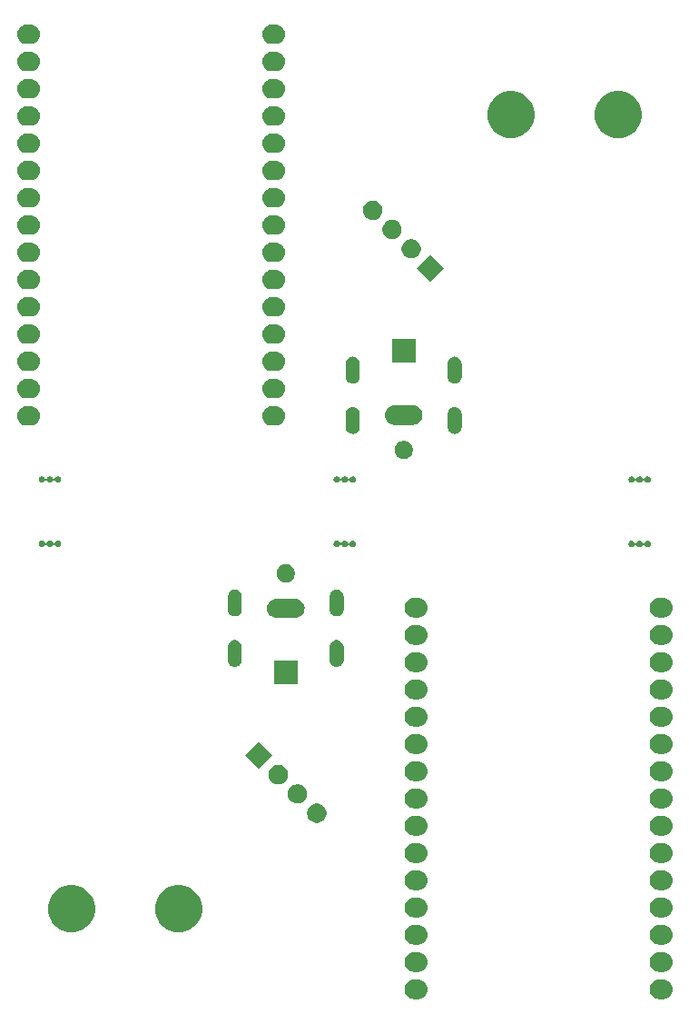
<source format=gbr>
G04 #@! TF.GenerationSoftware,KiCad,Pcbnew,5.1.5-52549c5~86~ubuntu18.04.1*
G04 #@! TF.CreationDate,2020-04-27T18:24:23+01:00*
G04 #@! TF.ProjectId,polariser_drive,706f6c61-7269-4736-9572-5f6472697665,rev?*
G04 #@! TF.SameCoordinates,Original*
G04 #@! TF.FileFunction,Soldermask,Bot*
G04 #@! TF.FilePolarity,Negative*
%FSLAX46Y46*%
G04 Gerber Fmt 4.6, Leading zero omitted, Abs format (unit mm)*
G04 Created by KiCad (PCBNEW 5.1.5-52549c5~86~ubuntu18.04.1) date 2020-04-27 18:24:23*
%MOMM*%
%LPD*%
G04 APERTURE LIST*
%ADD10C,0.100000*%
G04 APERTURE END LIST*
D10*
G36*
X111331694Y-129598633D02*
G01*
X111504095Y-129650931D01*
X111662983Y-129735858D01*
X111802249Y-129850151D01*
X111916542Y-129989417D01*
X112001469Y-130148305D01*
X112053767Y-130320706D01*
X112071425Y-130500000D01*
X112053767Y-130679294D01*
X112001469Y-130851695D01*
X111916542Y-131010583D01*
X111802249Y-131149849D01*
X111662983Y-131264142D01*
X111504095Y-131349069D01*
X111331694Y-131401367D01*
X111197331Y-131414600D01*
X110802669Y-131414600D01*
X110668306Y-131401367D01*
X110495905Y-131349069D01*
X110337017Y-131264142D01*
X110197751Y-131149849D01*
X110083458Y-131010583D01*
X109998531Y-130851695D01*
X109946233Y-130679294D01*
X109928575Y-130500000D01*
X109946233Y-130320706D01*
X109998531Y-130148305D01*
X110083458Y-129989417D01*
X110197751Y-129850151D01*
X110337017Y-129735858D01*
X110495905Y-129650931D01*
X110668306Y-129598633D01*
X110802669Y-129585400D01*
X111197331Y-129585400D01*
X111331694Y-129598633D01*
G37*
G36*
X88471694Y-129598633D02*
G01*
X88644095Y-129650931D01*
X88802983Y-129735858D01*
X88942249Y-129850151D01*
X89056542Y-129989417D01*
X89141469Y-130148305D01*
X89193767Y-130320706D01*
X89211425Y-130500000D01*
X89193767Y-130679294D01*
X89141469Y-130851695D01*
X89056542Y-131010583D01*
X88942249Y-131149849D01*
X88802983Y-131264142D01*
X88644095Y-131349069D01*
X88471694Y-131401367D01*
X88337331Y-131414600D01*
X87942669Y-131414600D01*
X87808306Y-131401367D01*
X87635905Y-131349069D01*
X87477017Y-131264142D01*
X87337751Y-131149849D01*
X87223458Y-131010583D01*
X87138531Y-130851695D01*
X87086233Y-130679294D01*
X87068575Y-130500000D01*
X87086233Y-130320706D01*
X87138531Y-130148305D01*
X87223458Y-129989417D01*
X87337751Y-129850151D01*
X87477017Y-129735858D01*
X87635905Y-129650931D01*
X87808306Y-129598633D01*
X87942669Y-129585400D01*
X88337331Y-129585400D01*
X88471694Y-129598633D01*
G37*
G36*
X88471694Y-127058633D02*
G01*
X88644095Y-127110931D01*
X88802983Y-127195858D01*
X88942249Y-127310151D01*
X89056542Y-127449417D01*
X89141469Y-127608305D01*
X89193767Y-127780706D01*
X89211425Y-127960000D01*
X89193767Y-128139294D01*
X89141469Y-128311695D01*
X89056542Y-128470583D01*
X88942249Y-128609849D01*
X88802983Y-128724142D01*
X88644095Y-128809069D01*
X88471694Y-128861367D01*
X88337331Y-128874600D01*
X87942669Y-128874600D01*
X87808306Y-128861367D01*
X87635905Y-128809069D01*
X87477017Y-128724142D01*
X87337751Y-128609849D01*
X87223458Y-128470583D01*
X87138531Y-128311695D01*
X87086233Y-128139294D01*
X87068575Y-127960000D01*
X87086233Y-127780706D01*
X87138531Y-127608305D01*
X87223458Y-127449417D01*
X87337751Y-127310151D01*
X87477017Y-127195858D01*
X87635905Y-127110931D01*
X87808306Y-127058633D01*
X87942669Y-127045400D01*
X88337331Y-127045400D01*
X88471694Y-127058633D01*
G37*
G36*
X111331694Y-127058633D02*
G01*
X111504095Y-127110931D01*
X111662983Y-127195858D01*
X111802249Y-127310151D01*
X111916542Y-127449417D01*
X112001469Y-127608305D01*
X112053767Y-127780706D01*
X112071425Y-127960000D01*
X112053767Y-128139294D01*
X112001469Y-128311695D01*
X111916542Y-128470583D01*
X111802249Y-128609849D01*
X111662983Y-128724142D01*
X111504095Y-128809069D01*
X111331694Y-128861367D01*
X111197331Y-128874600D01*
X110802669Y-128874600D01*
X110668306Y-128861367D01*
X110495905Y-128809069D01*
X110337017Y-128724142D01*
X110197751Y-128609849D01*
X110083458Y-128470583D01*
X109998531Y-128311695D01*
X109946233Y-128139294D01*
X109928575Y-127960000D01*
X109946233Y-127780706D01*
X109998531Y-127608305D01*
X110083458Y-127449417D01*
X110197751Y-127310151D01*
X110337017Y-127195858D01*
X110495905Y-127110931D01*
X110668306Y-127058633D01*
X110802669Y-127045400D01*
X111197331Y-127045400D01*
X111331694Y-127058633D01*
G37*
G36*
X111331694Y-124518633D02*
G01*
X111504095Y-124570931D01*
X111662983Y-124655858D01*
X111802249Y-124770151D01*
X111916542Y-124909417D01*
X112001469Y-125068305D01*
X112053767Y-125240706D01*
X112071425Y-125420000D01*
X112053767Y-125599294D01*
X112001469Y-125771695D01*
X111916542Y-125930583D01*
X111802249Y-126069849D01*
X111662983Y-126184142D01*
X111504095Y-126269069D01*
X111331694Y-126321367D01*
X111197331Y-126334600D01*
X110802669Y-126334600D01*
X110668306Y-126321367D01*
X110495905Y-126269069D01*
X110337017Y-126184142D01*
X110197751Y-126069849D01*
X110083458Y-125930583D01*
X109998531Y-125771695D01*
X109946233Y-125599294D01*
X109928575Y-125420000D01*
X109946233Y-125240706D01*
X109998531Y-125068305D01*
X110083458Y-124909417D01*
X110197751Y-124770151D01*
X110337017Y-124655858D01*
X110495905Y-124570931D01*
X110668306Y-124518633D01*
X110802669Y-124505400D01*
X111197331Y-124505400D01*
X111331694Y-124518633D01*
G37*
G36*
X88471694Y-124518633D02*
G01*
X88644095Y-124570931D01*
X88802983Y-124655858D01*
X88942249Y-124770151D01*
X89056542Y-124909417D01*
X89141469Y-125068305D01*
X89193767Y-125240706D01*
X89211425Y-125420000D01*
X89193767Y-125599294D01*
X89141469Y-125771695D01*
X89056542Y-125930583D01*
X88942249Y-126069849D01*
X88802983Y-126184142D01*
X88644095Y-126269069D01*
X88471694Y-126321367D01*
X88337331Y-126334600D01*
X87942669Y-126334600D01*
X87808306Y-126321367D01*
X87635905Y-126269069D01*
X87477017Y-126184142D01*
X87337751Y-126069849D01*
X87223458Y-125930583D01*
X87138531Y-125771695D01*
X87086233Y-125599294D01*
X87068575Y-125420000D01*
X87086233Y-125240706D01*
X87138531Y-125068305D01*
X87223458Y-124909417D01*
X87337751Y-124770151D01*
X87477017Y-124655858D01*
X87635905Y-124570931D01*
X87808306Y-124518633D01*
X87942669Y-124505400D01*
X88337331Y-124505400D01*
X88471694Y-124518633D01*
G37*
G36*
X66642007Y-120883582D02*
G01*
X67042563Y-121049498D01*
X67042565Y-121049499D01*
X67403056Y-121290371D01*
X67709629Y-121596944D01*
X67950501Y-121957435D01*
X67950502Y-121957437D01*
X68116418Y-122357993D01*
X68201000Y-122783219D01*
X68201000Y-123216781D01*
X68116418Y-123642007D01*
X67950502Y-124042563D01*
X67950501Y-124042565D01*
X67709629Y-124403056D01*
X67403056Y-124709629D01*
X67042565Y-124950501D01*
X67042564Y-124950502D01*
X67042563Y-124950502D01*
X66642007Y-125116418D01*
X66216781Y-125201000D01*
X65783219Y-125201000D01*
X65357993Y-125116418D01*
X64957437Y-124950502D01*
X64957436Y-124950502D01*
X64957435Y-124950501D01*
X64596944Y-124709629D01*
X64290371Y-124403056D01*
X64049499Y-124042565D01*
X64049498Y-124042563D01*
X63883582Y-123642007D01*
X63799000Y-123216781D01*
X63799000Y-122783219D01*
X63883582Y-122357993D01*
X64049498Y-121957437D01*
X64049499Y-121957435D01*
X64290371Y-121596944D01*
X64596944Y-121290371D01*
X64957435Y-121049499D01*
X64957437Y-121049498D01*
X65357993Y-120883582D01*
X65783219Y-120799000D01*
X66216781Y-120799000D01*
X66642007Y-120883582D01*
G37*
G36*
X56642007Y-120883582D02*
G01*
X57042563Y-121049498D01*
X57042565Y-121049499D01*
X57403056Y-121290371D01*
X57709629Y-121596944D01*
X57950501Y-121957435D01*
X57950502Y-121957437D01*
X58116418Y-122357993D01*
X58201000Y-122783219D01*
X58201000Y-123216781D01*
X58116418Y-123642007D01*
X57950502Y-124042563D01*
X57950501Y-124042565D01*
X57709629Y-124403056D01*
X57403056Y-124709629D01*
X57042565Y-124950501D01*
X57042564Y-124950502D01*
X57042563Y-124950502D01*
X56642007Y-125116418D01*
X56216781Y-125201000D01*
X55783219Y-125201000D01*
X55357993Y-125116418D01*
X54957437Y-124950502D01*
X54957436Y-124950502D01*
X54957435Y-124950501D01*
X54596944Y-124709629D01*
X54290371Y-124403056D01*
X54049499Y-124042565D01*
X54049498Y-124042563D01*
X53883582Y-123642007D01*
X53799000Y-123216781D01*
X53799000Y-122783219D01*
X53883582Y-122357993D01*
X54049498Y-121957437D01*
X54049499Y-121957435D01*
X54290371Y-121596944D01*
X54596944Y-121290371D01*
X54957435Y-121049499D01*
X54957437Y-121049498D01*
X55357993Y-120883582D01*
X55783219Y-120799000D01*
X56216781Y-120799000D01*
X56642007Y-120883582D01*
G37*
G36*
X111331694Y-121978633D02*
G01*
X111504095Y-122030931D01*
X111662983Y-122115858D01*
X111802249Y-122230151D01*
X111916542Y-122369417D01*
X112001469Y-122528305D01*
X112053767Y-122700706D01*
X112071425Y-122880000D01*
X112053767Y-123059294D01*
X112001469Y-123231695D01*
X111916542Y-123390583D01*
X111802249Y-123529849D01*
X111662983Y-123644142D01*
X111504095Y-123729069D01*
X111331694Y-123781367D01*
X111197331Y-123794600D01*
X110802669Y-123794600D01*
X110668306Y-123781367D01*
X110495905Y-123729069D01*
X110337017Y-123644142D01*
X110197751Y-123529849D01*
X110083458Y-123390583D01*
X109998531Y-123231695D01*
X109946233Y-123059294D01*
X109928575Y-122880000D01*
X109946233Y-122700706D01*
X109998531Y-122528305D01*
X110083458Y-122369417D01*
X110197751Y-122230151D01*
X110337017Y-122115858D01*
X110495905Y-122030931D01*
X110668306Y-121978633D01*
X110802669Y-121965400D01*
X111197331Y-121965400D01*
X111331694Y-121978633D01*
G37*
G36*
X88471694Y-121978633D02*
G01*
X88644095Y-122030931D01*
X88802983Y-122115858D01*
X88942249Y-122230151D01*
X89056542Y-122369417D01*
X89141469Y-122528305D01*
X89193767Y-122700706D01*
X89211425Y-122880000D01*
X89193767Y-123059294D01*
X89141469Y-123231695D01*
X89056542Y-123390583D01*
X88942249Y-123529849D01*
X88802983Y-123644142D01*
X88644095Y-123729069D01*
X88471694Y-123781367D01*
X88337331Y-123794600D01*
X87942669Y-123794600D01*
X87808306Y-123781367D01*
X87635905Y-123729069D01*
X87477017Y-123644142D01*
X87337751Y-123529849D01*
X87223458Y-123390583D01*
X87138531Y-123231695D01*
X87086233Y-123059294D01*
X87068575Y-122880000D01*
X87086233Y-122700706D01*
X87138531Y-122528305D01*
X87223458Y-122369417D01*
X87337751Y-122230151D01*
X87477017Y-122115858D01*
X87635905Y-122030931D01*
X87808306Y-121978633D01*
X87942669Y-121965400D01*
X88337331Y-121965400D01*
X88471694Y-121978633D01*
G37*
G36*
X88471694Y-119438633D02*
G01*
X88644095Y-119490931D01*
X88802983Y-119575858D01*
X88942249Y-119690151D01*
X89056542Y-119829417D01*
X89141469Y-119988305D01*
X89193767Y-120160706D01*
X89211425Y-120340000D01*
X89193767Y-120519294D01*
X89141469Y-120691695D01*
X89056542Y-120850583D01*
X88942249Y-120989849D01*
X88802983Y-121104142D01*
X88644095Y-121189069D01*
X88471694Y-121241367D01*
X88337331Y-121254600D01*
X87942669Y-121254600D01*
X87808306Y-121241367D01*
X87635905Y-121189069D01*
X87477017Y-121104142D01*
X87337751Y-120989849D01*
X87223458Y-120850583D01*
X87138531Y-120691695D01*
X87086233Y-120519294D01*
X87068575Y-120340000D01*
X87086233Y-120160706D01*
X87138531Y-119988305D01*
X87223458Y-119829417D01*
X87337751Y-119690151D01*
X87477017Y-119575858D01*
X87635905Y-119490931D01*
X87808306Y-119438633D01*
X87942669Y-119425400D01*
X88337331Y-119425400D01*
X88471694Y-119438633D01*
G37*
G36*
X111331694Y-119438633D02*
G01*
X111504095Y-119490931D01*
X111662983Y-119575858D01*
X111802249Y-119690151D01*
X111916542Y-119829417D01*
X112001469Y-119988305D01*
X112053767Y-120160706D01*
X112071425Y-120340000D01*
X112053767Y-120519294D01*
X112001469Y-120691695D01*
X111916542Y-120850583D01*
X111802249Y-120989849D01*
X111662983Y-121104142D01*
X111504095Y-121189069D01*
X111331694Y-121241367D01*
X111197331Y-121254600D01*
X110802669Y-121254600D01*
X110668306Y-121241367D01*
X110495905Y-121189069D01*
X110337017Y-121104142D01*
X110197751Y-120989849D01*
X110083458Y-120850583D01*
X109998531Y-120691695D01*
X109946233Y-120519294D01*
X109928575Y-120340000D01*
X109946233Y-120160706D01*
X109998531Y-119988305D01*
X110083458Y-119829417D01*
X110197751Y-119690151D01*
X110337017Y-119575858D01*
X110495905Y-119490931D01*
X110668306Y-119438633D01*
X110802669Y-119425400D01*
X111197331Y-119425400D01*
X111331694Y-119438633D01*
G37*
G36*
X88471694Y-116898633D02*
G01*
X88644095Y-116950931D01*
X88802983Y-117035858D01*
X88942249Y-117150151D01*
X89056542Y-117289417D01*
X89141469Y-117448305D01*
X89193767Y-117620706D01*
X89211425Y-117800000D01*
X89193767Y-117979294D01*
X89141469Y-118151695D01*
X89056542Y-118310583D01*
X88942249Y-118449849D01*
X88802983Y-118564142D01*
X88644095Y-118649069D01*
X88471694Y-118701367D01*
X88337331Y-118714600D01*
X87942669Y-118714600D01*
X87808306Y-118701367D01*
X87635905Y-118649069D01*
X87477017Y-118564142D01*
X87337751Y-118449849D01*
X87223458Y-118310583D01*
X87138531Y-118151695D01*
X87086233Y-117979294D01*
X87068575Y-117800000D01*
X87086233Y-117620706D01*
X87138531Y-117448305D01*
X87223458Y-117289417D01*
X87337751Y-117150151D01*
X87477017Y-117035858D01*
X87635905Y-116950931D01*
X87808306Y-116898633D01*
X87942669Y-116885400D01*
X88337331Y-116885400D01*
X88471694Y-116898633D01*
G37*
G36*
X111331694Y-116898633D02*
G01*
X111504095Y-116950931D01*
X111662983Y-117035858D01*
X111802249Y-117150151D01*
X111916542Y-117289417D01*
X112001469Y-117448305D01*
X112053767Y-117620706D01*
X112071425Y-117800000D01*
X112053767Y-117979294D01*
X112001469Y-118151695D01*
X111916542Y-118310583D01*
X111802249Y-118449849D01*
X111662983Y-118564142D01*
X111504095Y-118649069D01*
X111331694Y-118701367D01*
X111197331Y-118714600D01*
X110802669Y-118714600D01*
X110668306Y-118701367D01*
X110495905Y-118649069D01*
X110337017Y-118564142D01*
X110197751Y-118449849D01*
X110083458Y-118310583D01*
X109998531Y-118151695D01*
X109946233Y-117979294D01*
X109928575Y-117800000D01*
X109946233Y-117620706D01*
X109998531Y-117448305D01*
X110083458Y-117289417D01*
X110197751Y-117150151D01*
X110337017Y-117035858D01*
X110495905Y-116950931D01*
X110668306Y-116898633D01*
X110802669Y-116885400D01*
X111197331Y-116885400D01*
X111331694Y-116898633D01*
G37*
G36*
X111331694Y-114358633D02*
G01*
X111504095Y-114410931D01*
X111662983Y-114495858D01*
X111802249Y-114610151D01*
X111916542Y-114749417D01*
X112001469Y-114908305D01*
X112053767Y-115080706D01*
X112071425Y-115260000D01*
X112053767Y-115439294D01*
X112001469Y-115611695D01*
X111916542Y-115770583D01*
X111802249Y-115909849D01*
X111662983Y-116024142D01*
X111504095Y-116109069D01*
X111331694Y-116161367D01*
X111197331Y-116174600D01*
X110802669Y-116174600D01*
X110668306Y-116161367D01*
X110495905Y-116109069D01*
X110337017Y-116024142D01*
X110197751Y-115909849D01*
X110083458Y-115770583D01*
X109998531Y-115611695D01*
X109946233Y-115439294D01*
X109928575Y-115260000D01*
X109946233Y-115080706D01*
X109998531Y-114908305D01*
X110083458Y-114749417D01*
X110197751Y-114610151D01*
X110337017Y-114495858D01*
X110495905Y-114410931D01*
X110668306Y-114358633D01*
X110802669Y-114345400D01*
X111197331Y-114345400D01*
X111331694Y-114358633D01*
G37*
G36*
X88471694Y-114358633D02*
G01*
X88644095Y-114410931D01*
X88802983Y-114495858D01*
X88942249Y-114610151D01*
X89056542Y-114749417D01*
X89141469Y-114908305D01*
X89193767Y-115080706D01*
X89211425Y-115260000D01*
X89193767Y-115439294D01*
X89141469Y-115611695D01*
X89056542Y-115770583D01*
X88942249Y-115909849D01*
X88802983Y-116024142D01*
X88644095Y-116109069D01*
X88471694Y-116161367D01*
X88337331Y-116174600D01*
X87942669Y-116174600D01*
X87808306Y-116161367D01*
X87635905Y-116109069D01*
X87477017Y-116024142D01*
X87337751Y-115909849D01*
X87223458Y-115770583D01*
X87138531Y-115611695D01*
X87086233Y-115439294D01*
X87068575Y-115260000D01*
X87086233Y-115080706D01*
X87138531Y-114908305D01*
X87223458Y-114749417D01*
X87337751Y-114610151D01*
X87477017Y-114495858D01*
X87635905Y-114410931D01*
X87808306Y-114358633D01*
X87942669Y-114345400D01*
X88337331Y-114345400D01*
X88471694Y-114358633D01*
G37*
G36*
X79001666Y-113196030D02*
G01*
X79150966Y-113225727D01*
X79314938Y-113293647D01*
X79462508Y-113392250D01*
X79588007Y-113517749D01*
X79686610Y-113665319D01*
X79754530Y-113829291D01*
X79789154Y-114003362D01*
X79789154Y-114180844D01*
X79754530Y-114354915D01*
X79686610Y-114518887D01*
X79588007Y-114666457D01*
X79462508Y-114791956D01*
X79314938Y-114890559D01*
X79150966Y-114958479D01*
X79001666Y-114988176D01*
X78976896Y-114993103D01*
X78799412Y-114993103D01*
X78774642Y-114988176D01*
X78625342Y-114958479D01*
X78461370Y-114890559D01*
X78313800Y-114791956D01*
X78188301Y-114666457D01*
X78089698Y-114518887D01*
X78021778Y-114354915D01*
X77987154Y-114180844D01*
X77987154Y-114003362D01*
X78021778Y-113829291D01*
X78089698Y-113665319D01*
X78188301Y-113517749D01*
X78313800Y-113392250D01*
X78461370Y-113293647D01*
X78625342Y-113225727D01*
X78774642Y-113196030D01*
X78799412Y-113191103D01*
X78976896Y-113191103D01*
X79001666Y-113196030D01*
G37*
G36*
X111331694Y-111818633D02*
G01*
X111504095Y-111870931D01*
X111662983Y-111955858D01*
X111802249Y-112070151D01*
X111916542Y-112209417D01*
X112001469Y-112368305D01*
X112053767Y-112540706D01*
X112071425Y-112720000D01*
X112053767Y-112899294D01*
X112001469Y-113071695D01*
X111916542Y-113230583D01*
X111802249Y-113369849D01*
X111662983Y-113484142D01*
X111504095Y-113569069D01*
X111331694Y-113621367D01*
X111197331Y-113634600D01*
X110802669Y-113634600D01*
X110668306Y-113621367D01*
X110495905Y-113569069D01*
X110337017Y-113484142D01*
X110197751Y-113369849D01*
X110083458Y-113230583D01*
X109998531Y-113071695D01*
X109946233Y-112899294D01*
X109928575Y-112720000D01*
X109946233Y-112540706D01*
X109998531Y-112368305D01*
X110083458Y-112209417D01*
X110197751Y-112070151D01*
X110337017Y-111955858D01*
X110495905Y-111870931D01*
X110668306Y-111818633D01*
X110802669Y-111805400D01*
X111197331Y-111805400D01*
X111331694Y-111818633D01*
G37*
G36*
X88471694Y-111818633D02*
G01*
X88644095Y-111870931D01*
X88802983Y-111955858D01*
X88942249Y-112070151D01*
X89056542Y-112209417D01*
X89141469Y-112368305D01*
X89193767Y-112540706D01*
X89211425Y-112720000D01*
X89193767Y-112899294D01*
X89141469Y-113071695D01*
X89056542Y-113230583D01*
X88942249Y-113369849D01*
X88802983Y-113484142D01*
X88644095Y-113569069D01*
X88471694Y-113621367D01*
X88337331Y-113634600D01*
X87942669Y-113634600D01*
X87808306Y-113621367D01*
X87635905Y-113569069D01*
X87477017Y-113484142D01*
X87337751Y-113369849D01*
X87223458Y-113230583D01*
X87138531Y-113071695D01*
X87086233Y-112899294D01*
X87068575Y-112720000D01*
X87086233Y-112540706D01*
X87138531Y-112368305D01*
X87223458Y-112209417D01*
X87337751Y-112070151D01*
X87477017Y-111955858D01*
X87635905Y-111870931D01*
X87808306Y-111818633D01*
X87942669Y-111805400D01*
X88337331Y-111805400D01*
X88471694Y-111818633D01*
G37*
G36*
X77205614Y-111399978D02*
G01*
X77354914Y-111429675D01*
X77518886Y-111497595D01*
X77666456Y-111596198D01*
X77791955Y-111721697D01*
X77890558Y-111869267D01*
X77958478Y-112033239D01*
X77993102Y-112207310D01*
X77993102Y-112384792D01*
X77958478Y-112558863D01*
X77890558Y-112722835D01*
X77791955Y-112870405D01*
X77666456Y-112995904D01*
X77518886Y-113094507D01*
X77354914Y-113162427D01*
X77210746Y-113191103D01*
X77180844Y-113197051D01*
X77003360Y-113197051D01*
X76973458Y-113191103D01*
X76829290Y-113162427D01*
X76665318Y-113094507D01*
X76517748Y-112995904D01*
X76392249Y-112870405D01*
X76293646Y-112722835D01*
X76225726Y-112558863D01*
X76191102Y-112384792D01*
X76191102Y-112207310D01*
X76225726Y-112033239D01*
X76293646Y-111869267D01*
X76392249Y-111721697D01*
X76517748Y-111596198D01*
X76665318Y-111497595D01*
X76829290Y-111429675D01*
X76978590Y-111399978D01*
X77003360Y-111395051D01*
X77180844Y-111395051D01*
X77205614Y-111399978D01*
G37*
G36*
X75409563Y-109603927D02*
G01*
X75558863Y-109633624D01*
X75722835Y-109701544D01*
X75870405Y-109800147D01*
X75995904Y-109925646D01*
X76094507Y-110073216D01*
X76162427Y-110237188D01*
X76197051Y-110411259D01*
X76197051Y-110588741D01*
X76162427Y-110762812D01*
X76094507Y-110926784D01*
X75995904Y-111074354D01*
X75870405Y-111199853D01*
X75722835Y-111298456D01*
X75558863Y-111366376D01*
X75414700Y-111395051D01*
X75384793Y-111401000D01*
X75207309Y-111401000D01*
X75177402Y-111395051D01*
X75033239Y-111366376D01*
X74869267Y-111298456D01*
X74721697Y-111199853D01*
X74596198Y-111074354D01*
X74497595Y-110926784D01*
X74429675Y-110762812D01*
X74395051Y-110588741D01*
X74395051Y-110411259D01*
X74429675Y-110237188D01*
X74497595Y-110073216D01*
X74596198Y-109925646D01*
X74721697Y-109800147D01*
X74869267Y-109701544D01*
X75033239Y-109633624D01*
X75182539Y-109603927D01*
X75207309Y-109599000D01*
X75384793Y-109599000D01*
X75409563Y-109603927D01*
G37*
G36*
X88471694Y-109278633D02*
G01*
X88644095Y-109330931D01*
X88802983Y-109415858D01*
X88942249Y-109530151D01*
X89056542Y-109669417D01*
X89141469Y-109828305D01*
X89193767Y-110000706D01*
X89211425Y-110180000D01*
X89193767Y-110359294D01*
X89141469Y-110531695D01*
X89056542Y-110690583D01*
X88942249Y-110829849D01*
X88802983Y-110944142D01*
X88644095Y-111029069D01*
X88471694Y-111081367D01*
X88337331Y-111094600D01*
X87942669Y-111094600D01*
X87808306Y-111081367D01*
X87635905Y-111029069D01*
X87477017Y-110944142D01*
X87337751Y-110829849D01*
X87223458Y-110690583D01*
X87138531Y-110531695D01*
X87086233Y-110359294D01*
X87068575Y-110180000D01*
X87086233Y-110000706D01*
X87138531Y-109828305D01*
X87223458Y-109669417D01*
X87337751Y-109530151D01*
X87477017Y-109415858D01*
X87635905Y-109330931D01*
X87808306Y-109278633D01*
X87942669Y-109265400D01*
X88337331Y-109265400D01*
X88471694Y-109278633D01*
G37*
G36*
X111331694Y-109278633D02*
G01*
X111504095Y-109330931D01*
X111662983Y-109415858D01*
X111802249Y-109530151D01*
X111916542Y-109669417D01*
X112001469Y-109828305D01*
X112053767Y-110000706D01*
X112071425Y-110180000D01*
X112053767Y-110359294D01*
X112001469Y-110531695D01*
X111916542Y-110690583D01*
X111802249Y-110829849D01*
X111662983Y-110944142D01*
X111504095Y-111029069D01*
X111331694Y-111081367D01*
X111197331Y-111094600D01*
X110802669Y-111094600D01*
X110668306Y-111081367D01*
X110495905Y-111029069D01*
X110337017Y-110944142D01*
X110197751Y-110829849D01*
X110083458Y-110690583D01*
X109998531Y-110531695D01*
X109946233Y-110359294D01*
X109928575Y-110180000D01*
X109946233Y-110000706D01*
X109998531Y-109828305D01*
X110083458Y-109669417D01*
X110197751Y-109530151D01*
X110337017Y-109415858D01*
X110495905Y-109330931D01*
X110668306Y-109278633D01*
X110802669Y-109265400D01*
X111197331Y-109265400D01*
X111331694Y-109278633D01*
G37*
G36*
X74774206Y-108703949D02*
G01*
X73500000Y-109978155D01*
X72225794Y-108703949D01*
X73500000Y-107429743D01*
X74774206Y-108703949D01*
G37*
G36*
X88471694Y-106738633D02*
G01*
X88644095Y-106790931D01*
X88802983Y-106875858D01*
X88942249Y-106990151D01*
X89056542Y-107129417D01*
X89141469Y-107288305D01*
X89193767Y-107460706D01*
X89211425Y-107640000D01*
X89193767Y-107819294D01*
X89141469Y-107991695D01*
X89056542Y-108150583D01*
X88942249Y-108289849D01*
X88802983Y-108404142D01*
X88644095Y-108489069D01*
X88471694Y-108541367D01*
X88337331Y-108554600D01*
X87942669Y-108554600D01*
X87808306Y-108541367D01*
X87635905Y-108489069D01*
X87477017Y-108404142D01*
X87337751Y-108289849D01*
X87223458Y-108150583D01*
X87138531Y-107991695D01*
X87086233Y-107819294D01*
X87068575Y-107640000D01*
X87086233Y-107460706D01*
X87138531Y-107288305D01*
X87223458Y-107129417D01*
X87337751Y-106990151D01*
X87477017Y-106875858D01*
X87635905Y-106790931D01*
X87808306Y-106738633D01*
X87942669Y-106725400D01*
X88337331Y-106725400D01*
X88471694Y-106738633D01*
G37*
G36*
X111331694Y-106738633D02*
G01*
X111504095Y-106790931D01*
X111662983Y-106875858D01*
X111802249Y-106990151D01*
X111916542Y-107129417D01*
X112001469Y-107288305D01*
X112053767Y-107460706D01*
X112071425Y-107640000D01*
X112053767Y-107819294D01*
X112001469Y-107991695D01*
X111916542Y-108150583D01*
X111802249Y-108289849D01*
X111662983Y-108404142D01*
X111504095Y-108489069D01*
X111331694Y-108541367D01*
X111197331Y-108554600D01*
X110802669Y-108554600D01*
X110668306Y-108541367D01*
X110495905Y-108489069D01*
X110337017Y-108404142D01*
X110197751Y-108289849D01*
X110083458Y-108150583D01*
X109998531Y-107991695D01*
X109946233Y-107819294D01*
X109928575Y-107640000D01*
X109946233Y-107460706D01*
X109998531Y-107288305D01*
X110083458Y-107129417D01*
X110197751Y-106990151D01*
X110337017Y-106875858D01*
X110495905Y-106790931D01*
X110668306Y-106738633D01*
X110802669Y-106725400D01*
X111197331Y-106725400D01*
X111331694Y-106738633D01*
G37*
G36*
X88471694Y-104198633D02*
G01*
X88644095Y-104250931D01*
X88802983Y-104335858D01*
X88942249Y-104450151D01*
X89056542Y-104589417D01*
X89141469Y-104748305D01*
X89193767Y-104920706D01*
X89211425Y-105100000D01*
X89193767Y-105279294D01*
X89141469Y-105451695D01*
X89056542Y-105610583D01*
X88942249Y-105749849D01*
X88802983Y-105864142D01*
X88644095Y-105949069D01*
X88471694Y-106001367D01*
X88337331Y-106014600D01*
X87942669Y-106014600D01*
X87808306Y-106001367D01*
X87635905Y-105949069D01*
X87477017Y-105864142D01*
X87337751Y-105749849D01*
X87223458Y-105610583D01*
X87138531Y-105451695D01*
X87086233Y-105279294D01*
X87068575Y-105100000D01*
X87086233Y-104920706D01*
X87138531Y-104748305D01*
X87223458Y-104589417D01*
X87337751Y-104450151D01*
X87477017Y-104335858D01*
X87635905Y-104250931D01*
X87808306Y-104198633D01*
X87942669Y-104185400D01*
X88337331Y-104185400D01*
X88471694Y-104198633D01*
G37*
G36*
X111331694Y-104198633D02*
G01*
X111504095Y-104250931D01*
X111662983Y-104335858D01*
X111802249Y-104450151D01*
X111916542Y-104589417D01*
X112001469Y-104748305D01*
X112053767Y-104920706D01*
X112071425Y-105100000D01*
X112053767Y-105279294D01*
X112001469Y-105451695D01*
X111916542Y-105610583D01*
X111802249Y-105749849D01*
X111662983Y-105864142D01*
X111504095Y-105949069D01*
X111331694Y-106001367D01*
X111197331Y-106014600D01*
X110802669Y-106014600D01*
X110668306Y-106001367D01*
X110495905Y-105949069D01*
X110337017Y-105864142D01*
X110197751Y-105749849D01*
X110083458Y-105610583D01*
X109998531Y-105451695D01*
X109946233Y-105279294D01*
X109928575Y-105100000D01*
X109946233Y-104920706D01*
X109998531Y-104748305D01*
X110083458Y-104589417D01*
X110197751Y-104450151D01*
X110337017Y-104335858D01*
X110495905Y-104250931D01*
X110668306Y-104198633D01*
X110802669Y-104185400D01*
X111197331Y-104185400D01*
X111331694Y-104198633D01*
G37*
G36*
X111331694Y-101658633D02*
G01*
X111504095Y-101710931D01*
X111662983Y-101795858D01*
X111802249Y-101910151D01*
X111916542Y-102049417D01*
X112001469Y-102208305D01*
X112053767Y-102380706D01*
X112071425Y-102560000D01*
X112053767Y-102739294D01*
X112001469Y-102911695D01*
X111916542Y-103070583D01*
X111802249Y-103209849D01*
X111662983Y-103324142D01*
X111504095Y-103409069D01*
X111331694Y-103461367D01*
X111197331Y-103474600D01*
X110802669Y-103474600D01*
X110668306Y-103461367D01*
X110495905Y-103409069D01*
X110337017Y-103324142D01*
X110197751Y-103209849D01*
X110083458Y-103070583D01*
X109998531Y-102911695D01*
X109946233Y-102739294D01*
X109928575Y-102560000D01*
X109946233Y-102380706D01*
X109998531Y-102208305D01*
X110083458Y-102049417D01*
X110197751Y-101910151D01*
X110337017Y-101795858D01*
X110495905Y-101710931D01*
X110668306Y-101658633D01*
X110802669Y-101645400D01*
X111197331Y-101645400D01*
X111331694Y-101658633D01*
G37*
G36*
X88471694Y-101658633D02*
G01*
X88644095Y-101710931D01*
X88802983Y-101795858D01*
X88942249Y-101910151D01*
X89056542Y-102049417D01*
X89141469Y-102208305D01*
X89193767Y-102380706D01*
X89211425Y-102560000D01*
X89193767Y-102739294D01*
X89141469Y-102911695D01*
X89056542Y-103070583D01*
X88942249Y-103209849D01*
X88802983Y-103324142D01*
X88644095Y-103409069D01*
X88471694Y-103461367D01*
X88337331Y-103474600D01*
X87942669Y-103474600D01*
X87808306Y-103461367D01*
X87635905Y-103409069D01*
X87477017Y-103324142D01*
X87337751Y-103209849D01*
X87223458Y-103070583D01*
X87138531Y-102911695D01*
X87086233Y-102739294D01*
X87068575Y-102560000D01*
X87086233Y-102380706D01*
X87138531Y-102208305D01*
X87223458Y-102049417D01*
X87337751Y-101910151D01*
X87477017Y-101795858D01*
X87635905Y-101710931D01*
X87808306Y-101658633D01*
X87942669Y-101645400D01*
X88337331Y-101645400D01*
X88471694Y-101658633D01*
G37*
G36*
X77101000Y-102101000D02*
G01*
X74899000Y-102101000D01*
X74899000Y-99899000D01*
X77101000Y-99899000D01*
X77101000Y-102101000D01*
G37*
G36*
X88471694Y-99118633D02*
G01*
X88644095Y-99170931D01*
X88802983Y-99255858D01*
X88942249Y-99370151D01*
X89056542Y-99509417D01*
X89141469Y-99668305D01*
X89193767Y-99840706D01*
X89211425Y-100020000D01*
X89193767Y-100199294D01*
X89141469Y-100371695D01*
X89056542Y-100530583D01*
X88942249Y-100669849D01*
X88802983Y-100784142D01*
X88644095Y-100869069D01*
X88471694Y-100921367D01*
X88337331Y-100934600D01*
X87942669Y-100934600D01*
X87808306Y-100921367D01*
X87635905Y-100869069D01*
X87477017Y-100784142D01*
X87337751Y-100669849D01*
X87223458Y-100530583D01*
X87138531Y-100371695D01*
X87086233Y-100199294D01*
X87068575Y-100020000D01*
X87086233Y-99840706D01*
X87138531Y-99668305D01*
X87223458Y-99509417D01*
X87337751Y-99370151D01*
X87477017Y-99255858D01*
X87635905Y-99170931D01*
X87808306Y-99118633D01*
X87942669Y-99105400D01*
X88337331Y-99105400D01*
X88471694Y-99118633D01*
G37*
G36*
X111331694Y-99118633D02*
G01*
X111504095Y-99170931D01*
X111662983Y-99255858D01*
X111802249Y-99370151D01*
X111916542Y-99509417D01*
X112001469Y-99668305D01*
X112053767Y-99840706D01*
X112071425Y-100020000D01*
X112053767Y-100199294D01*
X112001469Y-100371695D01*
X111916542Y-100530583D01*
X111802249Y-100669849D01*
X111662983Y-100784142D01*
X111504095Y-100869069D01*
X111331694Y-100921367D01*
X111197331Y-100934600D01*
X110802669Y-100934600D01*
X110668306Y-100921367D01*
X110495905Y-100869069D01*
X110337017Y-100784142D01*
X110197751Y-100669849D01*
X110083458Y-100530583D01*
X109998531Y-100371695D01*
X109946233Y-100199294D01*
X109928575Y-100020000D01*
X109946233Y-99840706D01*
X109998531Y-99668305D01*
X110083458Y-99509417D01*
X110197751Y-99370151D01*
X110337017Y-99255858D01*
X110495905Y-99170931D01*
X110668306Y-99118633D01*
X110802669Y-99105400D01*
X111197331Y-99105400D01*
X111331694Y-99118633D01*
G37*
G36*
X71377618Y-97958420D02*
G01*
X71468404Y-97985960D01*
X71500336Y-97995646D01*
X71613425Y-98056094D01*
X71712554Y-98137446D01*
X71793906Y-98236575D01*
X71854354Y-98349664D01*
X71854355Y-98349668D01*
X71891580Y-98472382D01*
X71901000Y-98568027D01*
X71901000Y-99831973D01*
X71891580Y-99927618D01*
X71864040Y-100018404D01*
X71854354Y-100050336D01*
X71793906Y-100163425D01*
X71712554Y-100262553D01*
X71613424Y-100343906D01*
X71500335Y-100404354D01*
X71468403Y-100414040D01*
X71377617Y-100441580D01*
X71250000Y-100454149D01*
X71122382Y-100441580D01*
X71031596Y-100414040D01*
X70999664Y-100404354D01*
X70886575Y-100343906D01*
X70787447Y-100262554D01*
X70706094Y-100163424D01*
X70645646Y-100050335D01*
X70635960Y-100018403D01*
X70608420Y-99927617D01*
X70599000Y-99831972D01*
X70599001Y-98568027D01*
X70608421Y-98472382D01*
X70645646Y-98349668D01*
X70645647Y-98349664D01*
X70706095Y-98236575D01*
X70787447Y-98137446D01*
X70886576Y-98056094D01*
X70999665Y-97995646D01*
X71031597Y-97985960D01*
X71122383Y-97958420D01*
X71250000Y-97945851D01*
X71377618Y-97958420D01*
G37*
G36*
X80877618Y-97958420D02*
G01*
X80968404Y-97985960D01*
X81000336Y-97995646D01*
X81113425Y-98056094D01*
X81212554Y-98137446D01*
X81293906Y-98236575D01*
X81354354Y-98349664D01*
X81354355Y-98349668D01*
X81391580Y-98472382D01*
X81401000Y-98568027D01*
X81401000Y-99831973D01*
X81391580Y-99927618D01*
X81364040Y-100018404D01*
X81354354Y-100050336D01*
X81293906Y-100163425D01*
X81212554Y-100262553D01*
X81113424Y-100343906D01*
X81000335Y-100404354D01*
X80968403Y-100414040D01*
X80877617Y-100441580D01*
X80750000Y-100454149D01*
X80622382Y-100441580D01*
X80531596Y-100414040D01*
X80499664Y-100404354D01*
X80386575Y-100343906D01*
X80287447Y-100262554D01*
X80206094Y-100163424D01*
X80145646Y-100050335D01*
X80135960Y-100018403D01*
X80108420Y-99927617D01*
X80099000Y-99831972D01*
X80099001Y-98568027D01*
X80108421Y-98472382D01*
X80145646Y-98349668D01*
X80145647Y-98349664D01*
X80206095Y-98236575D01*
X80287447Y-98137446D01*
X80386576Y-98056094D01*
X80499665Y-97995646D01*
X80531597Y-97985960D01*
X80622383Y-97958420D01*
X80750000Y-97945851D01*
X80877618Y-97958420D01*
G37*
G36*
X111331694Y-96578633D02*
G01*
X111504095Y-96630931D01*
X111662983Y-96715858D01*
X111802249Y-96830151D01*
X111916542Y-96969417D01*
X112001469Y-97128305D01*
X112053767Y-97300706D01*
X112071425Y-97480000D01*
X112053767Y-97659294D01*
X112001469Y-97831695D01*
X111916542Y-97990583D01*
X111802249Y-98129849D01*
X111662983Y-98244142D01*
X111504095Y-98329069D01*
X111331694Y-98381367D01*
X111197331Y-98394600D01*
X110802669Y-98394600D01*
X110668306Y-98381367D01*
X110495905Y-98329069D01*
X110337017Y-98244142D01*
X110197751Y-98129849D01*
X110083458Y-97990583D01*
X109998531Y-97831695D01*
X109946233Y-97659294D01*
X109928575Y-97480000D01*
X109946233Y-97300706D01*
X109998531Y-97128305D01*
X110083458Y-96969417D01*
X110197751Y-96830151D01*
X110337017Y-96715858D01*
X110495905Y-96630931D01*
X110668306Y-96578633D01*
X110802669Y-96565400D01*
X111197331Y-96565400D01*
X111331694Y-96578633D01*
G37*
G36*
X88471694Y-96578633D02*
G01*
X88644095Y-96630931D01*
X88802983Y-96715858D01*
X88942249Y-96830151D01*
X89056542Y-96969417D01*
X89141469Y-97128305D01*
X89193767Y-97300706D01*
X89211425Y-97480000D01*
X89193767Y-97659294D01*
X89141469Y-97831695D01*
X89056542Y-97990583D01*
X88942249Y-98129849D01*
X88802983Y-98244142D01*
X88644095Y-98329069D01*
X88471694Y-98381367D01*
X88337331Y-98394600D01*
X87942669Y-98394600D01*
X87808306Y-98381367D01*
X87635905Y-98329069D01*
X87477017Y-98244142D01*
X87337751Y-98129849D01*
X87223458Y-97990583D01*
X87138531Y-97831695D01*
X87086233Y-97659294D01*
X87068575Y-97480000D01*
X87086233Y-97300706D01*
X87138531Y-97128305D01*
X87223458Y-96969417D01*
X87337751Y-96830151D01*
X87477017Y-96715858D01*
X87635905Y-96630931D01*
X87808306Y-96578633D01*
X87942669Y-96565400D01*
X88337331Y-96565400D01*
X88471694Y-96578633D01*
G37*
G36*
X76960443Y-94105519D02*
G01*
X77026627Y-94112037D01*
X77196466Y-94163557D01*
X77352991Y-94247222D01*
X77388729Y-94276552D01*
X77490186Y-94359814D01*
X77573448Y-94461271D01*
X77602778Y-94497009D01*
X77686443Y-94653534D01*
X77737963Y-94823373D01*
X77755359Y-95000000D01*
X77737963Y-95176627D01*
X77686443Y-95346466D01*
X77602778Y-95502991D01*
X77573448Y-95538729D01*
X77490186Y-95640186D01*
X77388729Y-95723448D01*
X77352991Y-95752778D01*
X77196466Y-95836443D01*
X77026627Y-95887963D01*
X76960443Y-95894481D01*
X76894260Y-95901000D01*
X75105740Y-95901000D01*
X75039557Y-95894481D01*
X74973373Y-95887963D01*
X74803534Y-95836443D01*
X74647009Y-95752778D01*
X74611271Y-95723448D01*
X74509814Y-95640186D01*
X74426552Y-95538729D01*
X74397222Y-95502991D01*
X74313557Y-95346466D01*
X74262037Y-95176627D01*
X74244641Y-95000000D01*
X74262037Y-94823373D01*
X74313557Y-94653534D01*
X74397222Y-94497009D01*
X74426552Y-94461271D01*
X74509814Y-94359814D01*
X74611271Y-94276552D01*
X74647009Y-94247222D01*
X74803534Y-94163557D01*
X74973373Y-94112037D01*
X75039557Y-94105519D01*
X75105740Y-94099000D01*
X76894260Y-94099000D01*
X76960443Y-94105519D01*
G37*
G36*
X88471694Y-94038633D02*
G01*
X88644095Y-94090931D01*
X88802983Y-94175858D01*
X88942249Y-94290151D01*
X89056542Y-94429417D01*
X89141469Y-94588305D01*
X89193767Y-94760706D01*
X89211425Y-94940000D01*
X89193767Y-95119294D01*
X89141469Y-95291695D01*
X89056542Y-95450583D01*
X88942249Y-95589849D01*
X88802983Y-95704142D01*
X88644095Y-95789069D01*
X88471694Y-95841367D01*
X88337331Y-95854600D01*
X87942669Y-95854600D01*
X87808306Y-95841367D01*
X87635905Y-95789069D01*
X87477017Y-95704142D01*
X87337751Y-95589849D01*
X87223458Y-95450583D01*
X87138531Y-95291695D01*
X87086233Y-95119294D01*
X87068575Y-94940000D01*
X87086233Y-94760706D01*
X87138531Y-94588305D01*
X87223458Y-94429417D01*
X87337751Y-94290151D01*
X87477017Y-94175858D01*
X87635905Y-94090931D01*
X87808306Y-94038633D01*
X87942669Y-94025400D01*
X88337331Y-94025400D01*
X88471694Y-94038633D01*
G37*
G36*
X111331694Y-94038633D02*
G01*
X111504095Y-94090931D01*
X111662983Y-94175858D01*
X111802249Y-94290151D01*
X111916542Y-94429417D01*
X112001469Y-94588305D01*
X112053767Y-94760706D01*
X112071425Y-94940000D01*
X112053767Y-95119294D01*
X112001469Y-95291695D01*
X111916542Y-95450583D01*
X111802249Y-95589849D01*
X111662983Y-95704142D01*
X111504095Y-95789069D01*
X111331694Y-95841367D01*
X111197331Y-95854600D01*
X110802669Y-95854600D01*
X110668306Y-95841367D01*
X110495905Y-95789069D01*
X110337017Y-95704142D01*
X110197751Y-95589849D01*
X110083458Y-95450583D01*
X109998531Y-95291695D01*
X109946233Y-95119294D01*
X109928575Y-94940000D01*
X109946233Y-94760706D01*
X109998531Y-94588305D01*
X110083458Y-94429417D01*
X110197751Y-94290151D01*
X110337017Y-94175858D01*
X110495905Y-94090931D01*
X110668306Y-94038633D01*
X110802669Y-94025400D01*
X111197331Y-94025400D01*
X111331694Y-94038633D01*
G37*
G36*
X80877618Y-93258420D02*
G01*
X80968404Y-93285960D01*
X81000336Y-93295646D01*
X81113425Y-93356094D01*
X81212554Y-93437446D01*
X81293906Y-93536575D01*
X81354354Y-93649664D01*
X81354355Y-93649668D01*
X81391580Y-93772382D01*
X81401000Y-93868027D01*
X81401000Y-95131973D01*
X81391580Y-95227618D01*
X81372142Y-95291695D01*
X81354354Y-95350336D01*
X81293906Y-95463425D01*
X81212554Y-95562553D01*
X81113424Y-95643906D01*
X81000335Y-95704354D01*
X80968403Y-95714040D01*
X80877617Y-95741580D01*
X80750000Y-95754149D01*
X80622382Y-95741580D01*
X80531596Y-95714040D01*
X80499664Y-95704354D01*
X80386575Y-95643906D01*
X80287447Y-95562554D01*
X80206094Y-95463424D01*
X80145646Y-95350335D01*
X80127858Y-95291695D01*
X80108420Y-95227617D01*
X80099000Y-95131972D01*
X80099001Y-93868027D01*
X80108421Y-93772382D01*
X80145646Y-93649668D01*
X80145647Y-93649664D01*
X80206095Y-93536575D01*
X80287447Y-93437446D01*
X80386576Y-93356094D01*
X80499665Y-93295646D01*
X80531597Y-93285960D01*
X80622383Y-93258420D01*
X80750000Y-93245851D01*
X80877618Y-93258420D01*
G37*
G36*
X71377618Y-93258420D02*
G01*
X71468404Y-93285960D01*
X71500336Y-93295646D01*
X71613425Y-93356094D01*
X71712554Y-93437446D01*
X71793906Y-93536575D01*
X71854354Y-93649664D01*
X71854355Y-93649668D01*
X71891580Y-93772382D01*
X71901000Y-93868027D01*
X71901000Y-95131973D01*
X71891580Y-95227618D01*
X71872142Y-95291695D01*
X71854354Y-95350336D01*
X71793906Y-95463425D01*
X71712554Y-95562553D01*
X71613424Y-95643906D01*
X71500335Y-95704354D01*
X71468403Y-95714040D01*
X71377617Y-95741580D01*
X71250000Y-95754149D01*
X71122382Y-95741580D01*
X71031596Y-95714040D01*
X70999664Y-95704354D01*
X70886575Y-95643906D01*
X70787447Y-95562554D01*
X70706094Y-95463424D01*
X70645646Y-95350335D01*
X70627858Y-95291695D01*
X70608420Y-95227617D01*
X70599000Y-95131972D01*
X70599001Y-93868027D01*
X70608421Y-93772382D01*
X70645646Y-93649668D01*
X70645647Y-93649664D01*
X70706095Y-93536575D01*
X70787447Y-93437446D01*
X70886576Y-93356094D01*
X70999665Y-93295646D01*
X71031597Y-93285960D01*
X71122383Y-93258420D01*
X71250000Y-93245851D01*
X71377618Y-93258420D01*
G37*
G36*
X76248228Y-90931703D02*
G01*
X76403100Y-90995853D01*
X76542481Y-91088985D01*
X76661015Y-91207519D01*
X76754147Y-91346900D01*
X76818297Y-91501772D01*
X76851000Y-91666184D01*
X76851000Y-91833816D01*
X76818297Y-91998228D01*
X76754147Y-92153100D01*
X76661015Y-92292481D01*
X76542481Y-92411015D01*
X76403100Y-92504147D01*
X76248228Y-92568297D01*
X76083816Y-92601000D01*
X75916184Y-92601000D01*
X75751772Y-92568297D01*
X75596900Y-92504147D01*
X75457519Y-92411015D01*
X75338985Y-92292481D01*
X75245853Y-92153100D01*
X75181703Y-91998228D01*
X75149000Y-91833816D01*
X75149000Y-91666184D01*
X75181703Y-91501772D01*
X75245853Y-91346900D01*
X75338985Y-91207519D01*
X75457519Y-91088985D01*
X75596900Y-90995853D01*
X75751772Y-90931703D01*
X75916184Y-90899000D01*
X76083816Y-90899000D01*
X76248228Y-90931703D01*
G37*
G36*
X108337797Y-88710567D02*
G01*
X108392575Y-88733257D01*
X108392577Y-88733258D01*
X108441876Y-88766198D01*
X108483802Y-88808124D01*
X108516742Y-88857423D01*
X108521067Y-88863896D01*
X108536612Y-88882838D01*
X108555554Y-88898383D01*
X108577165Y-88909934D01*
X108600614Y-88917047D01*
X108625000Y-88919449D01*
X108649386Y-88917047D01*
X108672835Y-88909934D01*
X108694446Y-88898383D01*
X108713388Y-88882838D01*
X108728933Y-88863896D01*
X108733258Y-88857423D01*
X108766198Y-88808124D01*
X108808124Y-88766198D01*
X108857423Y-88733258D01*
X108857425Y-88733257D01*
X108912203Y-88710567D01*
X108970353Y-88699000D01*
X109029647Y-88699000D01*
X109087797Y-88710567D01*
X109142575Y-88733257D01*
X109142577Y-88733258D01*
X109191876Y-88766198D01*
X109233802Y-88808124D01*
X109266742Y-88857423D01*
X109271067Y-88863896D01*
X109286612Y-88882838D01*
X109305554Y-88898383D01*
X109327165Y-88909934D01*
X109350614Y-88917047D01*
X109375000Y-88919449D01*
X109399386Y-88917047D01*
X109422835Y-88909934D01*
X109444446Y-88898383D01*
X109463388Y-88882838D01*
X109478933Y-88863896D01*
X109483258Y-88857423D01*
X109516198Y-88808124D01*
X109558124Y-88766198D01*
X109607423Y-88733258D01*
X109607425Y-88733257D01*
X109662203Y-88710567D01*
X109720353Y-88699000D01*
X109779647Y-88699000D01*
X109837797Y-88710567D01*
X109892575Y-88733257D01*
X109892577Y-88733258D01*
X109941876Y-88766198D01*
X109983802Y-88808124D01*
X110016742Y-88857423D01*
X110016743Y-88857425D01*
X110039433Y-88912203D01*
X110051000Y-88970353D01*
X110051000Y-89029647D01*
X110039433Y-89087797D01*
X110019423Y-89136104D01*
X110016742Y-89142577D01*
X109983802Y-89191876D01*
X109941876Y-89233802D01*
X109892577Y-89266742D01*
X109892576Y-89266743D01*
X109892575Y-89266743D01*
X109837797Y-89289433D01*
X109779647Y-89301000D01*
X109720353Y-89301000D01*
X109662203Y-89289433D01*
X109607425Y-89266743D01*
X109607424Y-89266743D01*
X109607423Y-89266742D01*
X109558124Y-89233802D01*
X109516198Y-89191876D01*
X109483258Y-89142577D01*
X109483257Y-89142575D01*
X109478933Y-89136104D01*
X109463388Y-89117162D01*
X109444446Y-89101617D01*
X109422835Y-89090066D01*
X109399386Y-89082953D01*
X109375000Y-89080551D01*
X109350614Y-89082953D01*
X109327165Y-89090066D01*
X109305554Y-89101617D01*
X109286612Y-89117162D01*
X109271067Y-89136104D01*
X109266743Y-89142575D01*
X109266742Y-89142577D01*
X109233802Y-89191876D01*
X109191876Y-89233802D01*
X109142577Y-89266742D01*
X109142576Y-89266743D01*
X109142575Y-89266743D01*
X109087797Y-89289433D01*
X109029647Y-89301000D01*
X108970353Y-89301000D01*
X108912203Y-89289433D01*
X108857425Y-89266743D01*
X108857424Y-89266743D01*
X108857423Y-89266742D01*
X108808124Y-89233802D01*
X108766198Y-89191876D01*
X108733258Y-89142577D01*
X108733257Y-89142575D01*
X108728933Y-89136104D01*
X108713388Y-89117162D01*
X108694446Y-89101617D01*
X108672835Y-89090066D01*
X108649386Y-89082953D01*
X108625000Y-89080551D01*
X108600614Y-89082953D01*
X108577165Y-89090066D01*
X108555554Y-89101617D01*
X108536612Y-89117162D01*
X108521067Y-89136104D01*
X108516743Y-89142575D01*
X108516742Y-89142577D01*
X108483802Y-89191876D01*
X108441876Y-89233802D01*
X108392577Y-89266742D01*
X108392576Y-89266743D01*
X108392575Y-89266743D01*
X108337797Y-89289433D01*
X108279647Y-89301000D01*
X108220353Y-89301000D01*
X108162203Y-89289433D01*
X108107425Y-89266743D01*
X108107424Y-89266743D01*
X108107423Y-89266742D01*
X108058124Y-89233802D01*
X108016198Y-89191876D01*
X107983258Y-89142577D01*
X107980577Y-89136104D01*
X107960567Y-89087797D01*
X107949000Y-89029647D01*
X107949000Y-88970353D01*
X107960567Y-88912203D01*
X107983257Y-88857425D01*
X107983258Y-88857423D01*
X108016198Y-88808124D01*
X108058124Y-88766198D01*
X108107423Y-88733258D01*
X108107425Y-88733257D01*
X108162203Y-88710567D01*
X108220353Y-88699000D01*
X108279647Y-88699000D01*
X108337797Y-88710567D01*
G37*
G36*
X53337797Y-88710567D02*
G01*
X53392575Y-88733257D01*
X53392577Y-88733258D01*
X53441876Y-88766198D01*
X53483802Y-88808124D01*
X53516742Y-88857423D01*
X53521067Y-88863896D01*
X53536612Y-88882838D01*
X53555554Y-88898383D01*
X53577165Y-88909934D01*
X53600614Y-88917047D01*
X53625000Y-88919449D01*
X53649386Y-88917047D01*
X53672835Y-88909934D01*
X53694446Y-88898383D01*
X53713388Y-88882838D01*
X53728933Y-88863896D01*
X53733258Y-88857423D01*
X53766198Y-88808124D01*
X53808124Y-88766198D01*
X53857423Y-88733258D01*
X53857425Y-88733257D01*
X53912203Y-88710567D01*
X53970353Y-88699000D01*
X54029647Y-88699000D01*
X54087797Y-88710567D01*
X54142575Y-88733257D01*
X54142577Y-88733258D01*
X54191876Y-88766198D01*
X54233802Y-88808124D01*
X54266742Y-88857423D01*
X54271067Y-88863896D01*
X54286612Y-88882838D01*
X54305554Y-88898383D01*
X54327165Y-88909934D01*
X54350614Y-88917047D01*
X54375000Y-88919449D01*
X54399386Y-88917047D01*
X54422835Y-88909934D01*
X54444446Y-88898383D01*
X54463388Y-88882838D01*
X54478933Y-88863896D01*
X54483258Y-88857423D01*
X54516198Y-88808124D01*
X54558124Y-88766198D01*
X54607423Y-88733258D01*
X54607425Y-88733257D01*
X54662203Y-88710567D01*
X54720353Y-88699000D01*
X54779647Y-88699000D01*
X54837797Y-88710567D01*
X54892575Y-88733257D01*
X54892577Y-88733258D01*
X54941876Y-88766198D01*
X54983802Y-88808124D01*
X55016742Y-88857423D01*
X55016743Y-88857425D01*
X55039433Y-88912203D01*
X55051000Y-88970353D01*
X55051000Y-89029647D01*
X55039433Y-89087797D01*
X55019423Y-89136104D01*
X55016742Y-89142577D01*
X54983802Y-89191876D01*
X54941876Y-89233802D01*
X54892577Y-89266742D01*
X54892576Y-89266743D01*
X54892575Y-89266743D01*
X54837797Y-89289433D01*
X54779647Y-89301000D01*
X54720353Y-89301000D01*
X54662203Y-89289433D01*
X54607425Y-89266743D01*
X54607424Y-89266743D01*
X54607423Y-89266742D01*
X54558124Y-89233802D01*
X54516198Y-89191876D01*
X54483258Y-89142577D01*
X54483257Y-89142575D01*
X54478933Y-89136104D01*
X54463388Y-89117162D01*
X54444446Y-89101617D01*
X54422835Y-89090066D01*
X54399386Y-89082953D01*
X54375000Y-89080551D01*
X54350614Y-89082953D01*
X54327165Y-89090066D01*
X54305554Y-89101617D01*
X54286612Y-89117162D01*
X54271067Y-89136104D01*
X54266743Y-89142575D01*
X54266742Y-89142577D01*
X54233802Y-89191876D01*
X54191876Y-89233802D01*
X54142577Y-89266742D01*
X54142576Y-89266743D01*
X54142575Y-89266743D01*
X54087797Y-89289433D01*
X54029647Y-89301000D01*
X53970353Y-89301000D01*
X53912203Y-89289433D01*
X53857425Y-89266743D01*
X53857424Y-89266743D01*
X53857423Y-89266742D01*
X53808124Y-89233802D01*
X53766198Y-89191876D01*
X53733258Y-89142577D01*
X53733257Y-89142575D01*
X53728933Y-89136104D01*
X53713388Y-89117162D01*
X53694446Y-89101617D01*
X53672835Y-89090066D01*
X53649386Y-89082953D01*
X53625000Y-89080551D01*
X53600614Y-89082953D01*
X53577165Y-89090066D01*
X53555554Y-89101617D01*
X53536612Y-89117162D01*
X53521067Y-89136104D01*
X53516743Y-89142575D01*
X53516742Y-89142577D01*
X53483802Y-89191876D01*
X53441876Y-89233802D01*
X53392577Y-89266742D01*
X53392576Y-89266743D01*
X53392575Y-89266743D01*
X53337797Y-89289433D01*
X53279647Y-89301000D01*
X53220353Y-89301000D01*
X53162203Y-89289433D01*
X53107425Y-89266743D01*
X53107424Y-89266743D01*
X53107423Y-89266742D01*
X53058124Y-89233802D01*
X53016198Y-89191876D01*
X52983258Y-89142577D01*
X52980577Y-89136104D01*
X52960567Y-89087797D01*
X52949000Y-89029647D01*
X52949000Y-88970353D01*
X52960567Y-88912203D01*
X52983257Y-88857425D01*
X52983258Y-88857423D01*
X53016198Y-88808124D01*
X53058124Y-88766198D01*
X53107423Y-88733258D01*
X53107425Y-88733257D01*
X53162203Y-88710567D01*
X53220353Y-88699000D01*
X53279647Y-88699000D01*
X53337797Y-88710567D01*
G37*
G36*
X80837797Y-88710567D02*
G01*
X80892575Y-88733257D01*
X80892577Y-88733258D01*
X80941876Y-88766198D01*
X80983802Y-88808124D01*
X81016742Y-88857423D01*
X81021067Y-88863896D01*
X81036612Y-88882838D01*
X81055554Y-88898383D01*
X81077165Y-88909934D01*
X81100614Y-88917047D01*
X81125000Y-88919449D01*
X81149386Y-88917047D01*
X81172835Y-88909934D01*
X81194446Y-88898383D01*
X81213388Y-88882838D01*
X81228933Y-88863896D01*
X81233258Y-88857423D01*
X81266198Y-88808124D01*
X81308124Y-88766198D01*
X81357423Y-88733258D01*
X81357425Y-88733257D01*
X81412203Y-88710567D01*
X81470353Y-88699000D01*
X81529647Y-88699000D01*
X81587797Y-88710567D01*
X81642575Y-88733257D01*
X81642577Y-88733258D01*
X81691876Y-88766198D01*
X81733802Y-88808124D01*
X81766742Y-88857423D01*
X81771067Y-88863896D01*
X81786612Y-88882838D01*
X81805554Y-88898383D01*
X81827165Y-88909934D01*
X81850614Y-88917047D01*
X81875000Y-88919449D01*
X81899386Y-88917047D01*
X81922835Y-88909934D01*
X81944446Y-88898383D01*
X81963388Y-88882838D01*
X81978933Y-88863896D01*
X81983258Y-88857423D01*
X82016198Y-88808124D01*
X82058124Y-88766198D01*
X82107423Y-88733258D01*
X82107425Y-88733257D01*
X82162203Y-88710567D01*
X82220353Y-88699000D01*
X82279647Y-88699000D01*
X82337797Y-88710567D01*
X82392575Y-88733257D01*
X82392577Y-88733258D01*
X82441876Y-88766198D01*
X82483802Y-88808124D01*
X82516742Y-88857423D01*
X82516743Y-88857425D01*
X82539433Y-88912203D01*
X82551000Y-88970353D01*
X82551000Y-89029647D01*
X82539433Y-89087797D01*
X82519423Y-89136104D01*
X82516742Y-89142577D01*
X82483802Y-89191876D01*
X82441876Y-89233802D01*
X82392577Y-89266742D01*
X82392576Y-89266743D01*
X82392575Y-89266743D01*
X82337797Y-89289433D01*
X82279647Y-89301000D01*
X82220353Y-89301000D01*
X82162203Y-89289433D01*
X82107425Y-89266743D01*
X82107424Y-89266743D01*
X82107423Y-89266742D01*
X82058124Y-89233802D01*
X82016198Y-89191876D01*
X81983258Y-89142577D01*
X81983257Y-89142575D01*
X81978933Y-89136104D01*
X81963388Y-89117162D01*
X81944446Y-89101617D01*
X81922835Y-89090066D01*
X81899386Y-89082953D01*
X81875000Y-89080551D01*
X81850614Y-89082953D01*
X81827165Y-89090066D01*
X81805554Y-89101617D01*
X81786612Y-89117162D01*
X81771067Y-89136104D01*
X81766743Y-89142575D01*
X81766742Y-89142577D01*
X81733802Y-89191876D01*
X81691876Y-89233802D01*
X81642577Y-89266742D01*
X81642576Y-89266743D01*
X81642575Y-89266743D01*
X81587797Y-89289433D01*
X81529647Y-89301000D01*
X81470353Y-89301000D01*
X81412203Y-89289433D01*
X81357425Y-89266743D01*
X81357424Y-89266743D01*
X81357423Y-89266742D01*
X81308124Y-89233802D01*
X81266198Y-89191876D01*
X81233258Y-89142577D01*
X81233257Y-89142575D01*
X81228933Y-89136104D01*
X81213388Y-89117162D01*
X81194446Y-89101617D01*
X81172835Y-89090066D01*
X81149386Y-89082953D01*
X81125000Y-89080551D01*
X81100614Y-89082953D01*
X81077165Y-89090066D01*
X81055554Y-89101617D01*
X81036612Y-89117162D01*
X81021067Y-89136104D01*
X81016743Y-89142575D01*
X81016742Y-89142577D01*
X80983802Y-89191876D01*
X80941876Y-89233802D01*
X80892577Y-89266742D01*
X80892576Y-89266743D01*
X80892575Y-89266743D01*
X80837797Y-89289433D01*
X80779647Y-89301000D01*
X80720353Y-89301000D01*
X80662203Y-89289433D01*
X80607425Y-89266743D01*
X80607424Y-89266743D01*
X80607423Y-89266742D01*
X80558124Y-89233802D01*
X80516198Y-89191876D01*
X80483258Y-89142577D01*
X80480577Y-89136104D01*
X80460567Y-89087797D01*
X80449000Y-89029647D01*
X80449000Y-88970353D01*
X80460567Y-88912203D01*
X80483257Y-88857425D01*
X80483258Y-88857423D01*
X80516198Y-88808124D01*
X80558124Y-88766198D01*
X80607423Y-88733258D01*
X80607425Y-88733257D01*
X80662203Y-88710567D01*
X80720353Y-88699000D01*
X80779647Y-88699000D01*
X80837797Y-88710567D01*
G37*
G36*
X53337797Y-82710567D02*
G01*
X53392575Y-82733257D01*
X53392577Y-82733258D01*
X53441876Y-82766198D01*
X53483802Y-82808124D01*
X53516742Y-82857423D01*
X53521067Y-82863896D01*
X53536612Y-82882838D01*
X53555554Y-82898383D01*
X53577165Y-82909934D01*
X53600614Y-82917047D01*
X53625000Y-82919449D01*
X53649386Y-82917047D01*
X53672835Y-82909934D01*
X53694446Y-82898383D01*
X53713388Y-82882838D01*
X53728933Y-82863896D01*
X53733258Y-82857423D01*
X53766198Y-82808124D01*
X53808124Y-82766198D01*
X53857423Y-82733258D01*
X53857425Y-82733257D01*
X53912203Y-82710567D01*
X53970353Y-82699000D01*
X54029647Y-82699000D01*
X54087797Y-82710567D01*
X54142575Y-82733257D01*
X54142577Y-82733258D01*
X54191876Y-82766198D01*
X54233802Y-82808124D01*
X54266742Y-82857423D01*
X54271067Y-82863896D01*
X54286612Y-82882838D01*
X54305554Y-82898383D01*
X54327165Y-82909934D01*
X54350614Y-82917047D01*
X54375000Y-82919449D01*
X54399386Y-82917047D01*
X54422835Y-82909934D01*
X54444446Y-82898383D01*
X54463388Y-82882838D01*
X54478933Y-82863896D01*
X54483258Y-82857423D01*
X54516198Y-82808124D01*
X54558124Y-82766198D01*
X54607423Y-82733258D01*
X54607425Y-82733257D01*
X54662203Y-82710567D01*
X54720353Y-82699000D01*
X54779647Y-82699000D01*
X54837797Y-82710567D01*
X54892575Y-82733257D01*
X54892577Y-82733258D01*
X54941876Y-82766198D01*
X54983802Y-82808124D01*
X55016742Y-82857423D01*
X55016743Y-82857425D01*
X55039433Y-82912203D01*
X55051000Y-82970353D01*
X55051000Y-83029647D01*
X55039433Y-83087797D01*
X55019423Y-83136104D01*
X55016742Y-83142577D01*
X54983802Y-83191876D01*
X54941876Y-83233802D01*
X54892577Y-83266742D01*
X54892576Y-83266743D01*
X54892575Y-83266743D01*
X54837797Y-83289433D01*
X54779647Y-83301000D01*
X54720353Y-83301000D01*
X54662203Y-83289433D01*
X54607425Y-83266743D01*
X54607424Y-83266743D01*
X54607423Y-83266742D01*
X54558124Y-83233802D01*
X54516198Y-83191876D01*
X54483258Y-83142577D01*
X54483257Y-83142575D01*
X54478933Y-83136104D01*
X54463388Y-83117162D01*
X54444446Y-83101617D01*
X54422835Y-83090066D01*
X54399386Y-83082953D01*
X54375000Y-83080551D01*
X54350614Y-83082953D01*
X54327165Y-83090066D01*
X54305554Y-83101617D01*
X54286612Y-83117162D01*
X54271067Y-83136104D01*
X54266743Y-83142575D01*
X54266742Y-83142577D01*
X54233802Y-83191876D01*
X54191876Y-83233802D01*
X54142577Y-83266742D01*
X54142576Y-83266743D01*
X54142575Y-83266743D01*
X54087797Y-83289433D01*
X54029647Y-83301000D01*
X53970353Y-83301000D01*
X53912203Y-83289433D01*
X53857425Y-83266743D01*
X53857424Y-83266743D01*
X53857423Y-83266742D01*
X53808124Y-83233802D01*
X53766198Y-83191876D01*
X53733258Y-83142577D01*
X53733257Y-83142575D01*
X53728933Y-83136104D01*
X53713388Y-83117162D01*
X53694446Y-83101617D01*
X53672835Y-83090066D01*
X53649386Y-83082953D01*
X53625000Y-83080551D01*
X53600614Y-83082953D01*
X53577165Y-83090066D01*
X53555554Y-83101617D01*
X53536612Y-83117162D01*
X53521067Y-83136104D01*
X53516743Y-83142575D01*
X53516742Y-83142577D01*
X53483802Y-83191876D01*
X53441876Y-83233802D01*
X53392577Y-83266742D01*
X53392576Y-83266743D01*
X53392575Y-83266743D01*
X53337797Y-83289433D01*
X53279647Y-83301000D01*
X53220353Y-83301000D01*
X53162203Y-83289433D01*
X53107425Y-83266743D01*
X53107424Y-83266743D01*
X53107423Y-83266742D01*
X53058124Y-83233802D01*
X53016198Y-83191876D01*
X52983258Y-83142577D01*
X52980577Y-83136104D01*
X52960567Y-83087797D01*
X52949000Y-83029647D01*
X52949000Y-82970353D01*
X52960567Y-82912203D01*
X52983257Y-82857425D01*
X52983258Y-82857423D01*
X53016198Y-82808124D01*
X53058124Y-82766198D01*
X53107423Y-82733258D01*
X53107425Y-82733257D01*
X53162203Y-82710567D01*
X53220353Y-82699000D01*
X53279647Y-82699000D01*
X53337797Y-82710567D01*
G37*
G36*
X80837797Y-82710567D02*
G01*
X80892575Y-82733257D01*
X80892577Y-82733258D01*
X80941876Y-82766198D01*
X80983802Y-82808124D01*
X81016742Y-82857423D01*
X81021067Y-82863896D01*
X81036612Y-82882838D01*
X81055554Y-82898383D01*
X81077165Y-82909934D01*
X81100614Y-82917047D01*
X81125000Y-82919449D01*
X81149386Y-82917047D01*
X81172835Y-82909934D01*
X81194446Y-82898383D01*
X81213388Y-82882838D01*
X81228933Y-82863896D01*
X81233258Y-82857423D01*
X81266198Y-82808124D01*
X81308124Y-82766198D01*
X81357423Y-82733258D01*
X81357425Y-82733257D01*
X81412203Y-82710567D01*
X81470353Y-82699000D01*
X81529647Y-82699000D01*
X81587797Y-82710567D01*
X81642575Y-82733257D01*
X81642577Y-82733258D01*
X81691876Y-82766198D01*
X81733802Y-82808124D01*
X81766742Y-82857423D01*
X81771067Y-82863896D01*
X81786612Y-82882838D01*
X81805554Y-82898383D01*
X81827165Y-82909934D01*
X81850614Y-82917047D01*
X81875000Y-82919449D01*
X81899386Y-82917047D01*
X81922835Y-82909934D01*
X81944446Y-82898383D01*
X81963388Y-82882838D01*
X81978933Y-82863896D01*
X81983258Y-82857423D01*
X82016198Y-82808124D01*
X82058124Y-82766198D01*
X82107423Y-82733258D01*
X82107425Y-82733257D01*
X82162203Y-82710567D01*
X82220353Y-82699000D01*
X82279647Y-82699000D01*
X82337797Y-82710567D01*
X82392575Y-82733257D01*
X82392577Y-82733258D01*
X82441876Y-82766198D01*
X82483802Y-82808124D01*
X82516742Y-82857423D01*
X82516743Y-82857425D01*
X82539433Y-82912203D01*
X82551000Y-82970353D01*
X82551000Y-83029647D01*
X82539433Y-83087797D01*
X82519423Y-83136104D01*
X82516742Y-83142577D01*
X82483802Y-83191876D01*
X82441876Y-83233802D01*
X82392577Y-83266742D01*
X82392576Y-83266743D01*
X82392575Y-83266743D01*
X82337797Y-83289433D01*
X82279647Y-83301000D01*
X82220353Y-83301000D01*
X82162203Y-83289433D01*
X82107425Y-83266743D01*
X82107424Y-83266743D01*
X82107423Y-83266742D01*
X82058124Y-83233802D01*
X82016198Y-83191876D01*
X81983258Y-83142577D01*
X81983257Y-83142575D01*
X81978933Y-83136104D01*
X81963388Y-83117162D01*
X81944446Y-83101617D01*
X81922835Y-83090066D01*
X81899386Y-83082953D01*
X81875000Y-83080551D01*
X81850614Y-83082953D01*
X81827165Y-83090066D01*
X81805554Y-83101617D01*
X81786612Y-83117162D01*
X81771067Y-83136104D01*
X81766743Y-83142575D01*
X81766742Y-83142577D01*
X81733802Y-83191876D01*
X81691876Y-83233802D01*
X81642577Y-83266742D01*
X81642576Y-83266743D01*
X81642575Y-83266743D01*
X81587797Y-83289433D01*
X81529647Y-83301000D01*
X81470353Y-83301000D01*
X81412203Y-83289433D01*
X81357425Y-83266743D01*
X81357424Y-83266743D01*
X81357423Y-83266742D01*
X81308124Y-83233802D01*
X81266198Y-83191876D01*
X81233258Y-83142577D01*
X81233257Y-83142575D01*
X81228933Y-83136104D01*
X81213388Y-83117162D01*
X81194446Y-83101617D01*
X81172835Y-83090066D01*
X81149386Y-83082953D01*
X81125000Y-83080551D01*
X81100614Y-83082953D01*
X81077165Y-83090066D01*
X81055554Y-83101617D01*
X81036612Y-83117162D01*
X81021067Y-83136104D01*
X81016743Y-83142575D01*
X81016742Y-83142577D01*
X80983802Y-83191876D01*
X80941876Y-83233802D01*
X80892577Y-83266742D01*
X80892576Y-83266743D01*
X80892575Y-83266743D01*
X80837797Y-83289433D01*
X80779647Y-83301000D01*
X80720353Y-83301000D01*
X80662203Y-83289433D01*
X80607425Y-83266743D01*
X80607424Y-83266743D01*
X80607423Y-83266742D01*
X80558124Y-83233802D01*
X80516198Y-83191876D01*
X80483258Y-83142577D01*
X80480577Y-83136104D01*
X80460567Y-83087797D01*
X80449000Y-83029647D01*
X80449000Y-82970353D01*
X80460567Y-82912203D01*
X80483257Y-82857425D01*
X80483258Y-82857423D01*
X80516198Y-82808124D01*
X80558124Y-82766198D01*
X80607423Y-82733258D01*
X80607425Y-82733257D01*
X80662203Y-82710567D01*
X80720353Y-82699000D01*
X80779647Y-82699000D01*
X80837797Y-82710567D01*
G37*
G36*
X108337797Y-82710567D02*
G01*
X108392575Y-82733257D01*
X108392577Y-82733258D01*
X108441876Y-82766198D01*
X108483802Y-82808124D01*
X108516742Y-82857423D01*
X108521067Y-82863896D01*
X108536612Y-82882838D01*
X108555554Y-82898383D01*
X108577165Y-82909934D01*
X108600614Y-82917047D01*
X108625000Y-82919449D01*
X108649386Y-82917047D01*
X108672835Y-82909934D01*
X108694446Y-82898383D01*
X108713388Y-82882838D01*
X108728933Y-82863896D01*
X108733258Y-82857423D01*
X108766198Y-82808124D01*
X108808124Y-82766198D01*
X108857423Y-82733258D01*
X108857425Y-82733257D01*
X108912203Y-82710567D01*
X108970353Y-82699000D01*
X109029647Y-82699000D01*
X109087797Y-82710567D01*
X109142575Y-82733257D01*
X109142577Y-82733258D01*
X109191876Y-82766198D01*
X109233802Y-82808124D01*
X109266742Y-82857423D01*
X109271067Y-82863896D01*
X109286612Y-82882838D01*
X109305554Y-82898383D01*
X109327165Y-82909934D01*
X109350614Y-82917047D01*
X109375000Y-82919449D01*
X109399386Y-82917047D01*
X109422835Y-82909934D01*
X109444446Y-82898383D01*
X109463388Y-82882838D01*
X109478933Y-82863896D01*
X109483258Y-82857423D01*
X109516198Y-82808124D01*
X109558124Y-82766198D01*
X109607423Y-82733258D01*
X109607425Y-82733257D01*
X109662203Y-82710567D01*
X109720353Y-82699000D01*
X109779647Y-82699000D01*
X109837797Y-82710567D01*
X109892575Y-82733257D01*
X109892577Y-82733258D01*
X109941876Y-82766198D01*
X109983802Y-82808124D01*
X110016742Y-82857423D01*
X110016743Y-82857425D01*
X110039433Y-82912203D01*
X110051000Y-82970353D01*
X110051000Y-83029647D01*
X110039433Y-83087797D01*
X110019423Y-83136104D01*
X110016742Y-83142577D01*
X109983802Y-83191876D01*
X109941876Y-83233802D01*
X109892577Y-83266742D01*
X109892576Y-83266743D01*
X109892575Y-83266743D01*
X109837797Y-83289433D01*
X109779647Y-83301000D01*
X109720353Y-83301000D01*
X109662203Y-83289433D01*
X109607425Y-83266743D01*
X109607424Y-83266743D01*
X109607423Y-83266742D01*
X109558124Y-83233802D01*
X109516198Y-83191876D01*
X109483258Y-83142577D01*
X109483257Y-83142575D01*
X109478933Y-83136104D01*
X109463388Y-83117162D01*
X109444446Y-83101617D01*
X109422835Y-83090066D01*
X109399386Y-83082953D01*
X109375000Y-83080551D01*
X109350614Y-83082953D01*
X109327165Y-83090066D01*
X109305554Y-83101617D01*
X109286612Y-83117162D01*
X109271067Y-83136104D01*
X109266743Y-83142575D01*
X109266742Y-83142577D01*
X109233802Y-83191876D01*
X109191876Y-83233802D01*
X109142577Y-83266742D01*
X109142576Y-83266743D01*
X109142575Y-83266743D01*
X109087797Y-83289433D01*
X109029647Y-83301000D01*
X108970353Y-83301000D01*
X108912203Y-83289433D01*
X108857425Y-83266743D01*
X108857424Y-83266743D01*
X108857423Y-83266742D01*
X108808124Y-83233802D01*
X108766198Y-83191876D01*
X108733258Y-83142577D01*
X108733257Y-83142575D01*
X108728933Y-83136104D01*
X108713388Y-83117162D01*
X108694446Y-83101617D01*
X108672835Y-83090066D01*
X108649386Y-83082953D01*
X108625000Y-83080551D01*
X108600614Y-83082953D01*
X108577165Y-83090066D01*
X108555554Y-83101617D01*
X108536612Y-83117162D01*
X108521067Y-83136104D01*
X108516743Y-83142575D01*
X108516742Y-83142577D01*
X108483802Y-83191876D01*
X108441876Y-83233802D01*
X108392577Y-83266742D01*
X108392576Y-83266743D01*
X108392575Y-83266743D01*
X108337797Y-83289433D01*
X108279647Y-83301000D01*
X108220353Y-83301000D01*
X108162203Y-83289433D01*
X108107425Y-83266743D01*
X108107424Y-83266743D01*
X108107423Y-83266742D01*
X108058124Y-83233802D01*
X108016198Y-83191876D01*
X107983258Y-83142577D01*
X107980577Y-83136104D01*
X107960567Y-83087797D01*
X107949000Y-83029647D01*
X107949000Y-82970353D01*
X107960567Y-82912203D01*
X107983257Y-82857425D01*
X107983258Y-82857423D01*
X108016198Y-82808124D01*
X108058124Y-82766198D01*
X108107423Y-82733258D01*
X108107425Y-82733257D01*
X108162203Y-82710567D01*
X108220353Y-82699000D01*
X108279647Y-82699000D01*
X108337797Y-82710567D01*
G37*
G36*
X87248228Y-79431703D02*
G01*
X87403100Y-79495853D01*
X87542481Y-79588985D01*
X87661015Y-79707519D01*
X87754147Y-79846900D01*
X87818297Y-80001772D01*
X87851000Y-80166184D01*
X87851000Y-80333816D01*
X87818297Y-80498228D01*
X87754147Y-80653100D01*
X87661015Y-80792481D01*
X87542481Y-80911015D01*
X87403100Y-81004147D01*
X87248228Y-81068297D01*
X87083816Y-81101000D01*
X86916184Y-81101000D01*
X86751772Y-81068297D01*
X86596900Y-81004147D01*
X86457519Y-80911015D01*
X86338985Y-80792481D01*
X86245853Y-80653100D01*
X86181703Y-80498228D01*
X86149000Y-80333816D01*
X86149000Y-80166184D01*
X86181703Y-80001772D01*
X86245853Y-79846900D01*
X86338985Y-79707519D01*
X86457519Y-79588985D01*
X86596900Y-79495853D01*
X86751772Y-79431703D01*
X86916184Y-79399000D01*
X87083816Y-79399000D01*
X87248228Y-79431703D01*
G37*
G36*
X91877617Y-76258420D02*
G01*
X91968403Y-76285960D01*
X92000335Y-76295646D01*
X92113424Y-76356094D01*
X92212554Y-76437447D01*
X92293906Y-76536575D01*
X92354354Y-76649664D01*
X92355527Y-76653532D01*
X92391580Y-76772382D01*
X92401000Y-76868027D01*
X92401000Y-78131973D01*
X92391580Y-78227618D01*
X92364040Y-78318404D01*
X92354354Y-78350336D01*
X92293906Y-78463425D01*
X92212554Y-78562554D01*
X92113425Y-78643906D01*
X92000336Y-78704354D01*
X91968404Y-78714040D01*
X91877618Y-78741580D01*
X91750000Y-78754149D01*
X91622383Y-78741580D01*
X91531597Y-78714040D01*
X91499665Y-78704354D01*
X91386576Y-78643906D01*
X91287447Y-78562554D01*
X91206095Y-78463425D01*
X91145647Y-78350336D01*
X91135961Y-78318404D01*
X91108421Y-78227618D01*
X91099001Y-78131973D01*
X91099000Y-76868028D01*
X91108420Y-76772383D01*
X91135960Y-76681597D01*
X91145646Y-76649665D01*
X91206094Y-76536576D01*
X91287447Y-76437446D01*
X91386575Y-76356094D01*
X91499664Y-76295646D01*
X91531596Y-76285960D01*
X91622382Y-76258420D01*
X91750000Y-76245851D01*
X91877617Y-76258420D01*
G37*
G36*
X82377617Y-76258420D02*
G01*
X82468403Y-76285960D01*
X82500335Y-76295646D01*
X82613424Y-76356094D01*
X82712554Y-76437447D01*
X82793906Y-76536575D01*
X82854354Y-76649664D01*
X82855527Y-76653532D01*
X82891580Y-76772382D01*
X82901000Y-76868027D01*
X82901000Y-78131973D01*
X82891580Y-78227618D01*
X82864040Y-78318404D01*
X82854354Y-78350336D01*
X82793906Y-78463425D01*
X82712554Y-78562554D01*
X82613425Y-78643906D01*
X82500336Y-78704354D01*
X82468404Y-78714040D01*
X82377618Y-78741580D01*
X82250000Y-78754149D01*
X82122383Y-78741580D01*
X82031597Y-78714040D01*
X81999665Y-78704354D01*
X81886576Y-78643906D01*
X81787447Y-78562554D01*
X81706095Y-78463425D01*
X81645647Y-78350336D01*
X81635961Y-78318404D01*
X81608421Y-78227618D01*
X81599001Y-78131973D01*
X81599000Y-76868028D01*
X81608420Y-76772383D01*
X81635960Y-76681597D01*
X81645646Y-76649665D01*
X81706094Y-76536576D01*
X81787447Y-76437446D01*
X81886575Y-76356094D01*
X81999664Y-76295646D01*
X82031596Y-76285960D01*
X82122382Y-76258420D01*
X82250000Y-76245851D01*
X82377617Y-76258420D01*
G37*
G36*
X75191694Y-76158633D02*
G01*
X75364095Y-76210931D01*
X75522983Y-76295858D01*
X75662249Y-76410151D01*
X75776542Y-76549417D01*
X75861469Y-76708305D01*
X75913767Y-76880706D01*
X75931425Y-77060000D01*
X75913767Y-77239294D01*
X75861469Y-77411695D01*
X75776542Y-77570583D01*
X75662249Y-77709849D01*
X75522983Y-77824142D01*
X75364095Y-77909069D01*
X75191694Y-77961367D01*
X75057331Y-77974600D01*
X74662669Y-77974600D01*
X74528306Y-77961367D01*
X74355905Y-77909069D01*
X74197017Y-77824142D01*
X74057751Y-77709849D01*
X73943458Y-77570583D01*
X73858531Y-77411695D01*
X73806233Y-77239294D01*
X73788575Y-77060000D01*
X73806233Y-76880706D01*
X73858531Y-76708305D01*
X73943458Y-76549417D01*
X74057751Y-76410151D01*
X74197017Y-76295858D01*
X74355905Y-76210931D01*
X74528306Y-76158633D01*
X74662669Y-76145400D01*
X75057331Y-76145400D01*
X75191694Y-76158633D01*
G37*
G36*
X52331694Y-76158633D02*
G01*
X52504095Y-76210931D01*
X52662983Y-76295858D01*
X52802249Y-76410151D01*
X52916542Y-76549417D01*
X53001469Y-76708305D01*
X53053767Y-76880706D01*
X53071425Y-77060000D01*
X53053767Y-77239294D01*
X53001469Y-77411695D01*
X52916542Y-77570583D01*
X52802249Y-77709849D01*
X52662983Y-77824142D01*
X52504095Y-77909069D01*
X52331694Y-77961367D01*
X52197331Y-77974600D01*
X51802669Y-77974600D01*
X51668306Y-77961367D01*
X51495905Y-77909069D01*
X51337017Y-77824142D01*
X51197751Y-77709849D01*
X51083458Y-77570583D01*
X50998531Y-77411695D01*
X50946233Y-77239294D01*
X50928575Y-77060000D01*
X50946233Y-76880706D01*
X50998531Y-76708305D01*
X51083458Y-76549417D01*
X51197751Y-76410151D01*
X51337017Y-76295858D01*
X51495905Y-76210931D01*
X51668306Y-76158633D01*
X51802669Y-76145400D01*
X52197331Y-76145400D01*
X52331694Y-76158633D01*
G37*
G36*
X87960443Y-76105519D02*
G01*
X88026627Y-76112037D01*
X88196466Y-76163557D01*
X88352991Y-76247222D01*
X88388729Y-76276552D01*
X88490186Y-76359814D01*
X88573448Y-76461271D01*
X88602778Y-76497009D01*
X88686443Y-76653534D01*
X88737963Y-76823373D01*
X88755359Y-77000000D01*
X88737963Y-77176627D01*
X88686443Y-77346466D01*
X88602778Y-77502991D01*
X88573448Y-77538729D01*
X88490186Y-77640186D01*
X88405300Y-77709849D01*
X88352991Y-77752778D01*
X88196466Y-77836443D01*
X88026627Y-77887963D01*
X87960442Y-77894482D01*
X87894260Y-77901000D01*
X86105740Y-77901000D01*
X86039558Y-77894482D01*
X85973373Y-77887963D01*
X85803534Y-77836443D01*
X85647009Y-77752778D01*
X85594700Y-77709849D01*
X85509814Y-77640186D01*
X85426552Y-77538729D01*
X85397222Y-77502991D01*
X85313557Y-77346466D01*
X85262037Y-77176627D01*
X85244641Y-77000000D01*
X85262037Y-76823373D01*
X85313557Y-76653534D01*
X85397222Y-76497009D01*
X85426552Y-76461271D01*
X85509814Y-76359814D01*
X85611271Y-76276552D01*
X85647009Y-76247222D01*
X85803534Y-76163557D01*
X85973373Y-76112037D01*
X86039557Y-76105519D01*
X86105740Y-76099000D01*
X87894260Y-76099000D01*
X87960443Y-76105519D01*
G37*
G36*
X75191694Y-73618633D02*
G01*
X75364095Y-73670931D01*
X75522983Y-73755858D01*
X75662249Y-73870151D01*
X75776542Y-74009417D01*
X75861469Y-74168305D01*
X75913767Y-74340706D01*
X75931425Y-74520000D01*
X75913767Y-74699294D01*
X75861469Y-74871695D01*
X75776542Y-75030583D01*
X75662249Y-75169849D01*
X75522983Y-75284142D01*
X75364095Y-75369069D01*
X75191694Y-75421367D01*
X75057331Y-75434600D01*
X74662669Y-75434600D01*
X74528306Y-75421367D01*
X74355905Y-75369069D01*
X74197017Y-75284142D01*
X74057751Y-75169849D01*
X73943458Y-75030583D01*
X73858531Y-74871695D01*
X73806233Y-74699294D01*
X73788575Y-74520000D01*
X73806233Y-74340706D01*
X73858531Y-74168305D01*
X73943458Y-74009417D01*
X74057751Y-73870151D01*
X74197017Y-73755858D01*
X74355905Y-73670931D01*
X74528306Y-73618633D01*
X74662669Y-73605400D01*
X75057331Y-73605400D01*
X75191694Y-73618633D01*
G37*
G36*
X52331694Y-73618633D02*
G01*
X52504095Y-73670931D01*
X52662983Y-73755858D01*
X52802249Y-73870151D01*
X52916542Y-74009417D01*
X53001469Y-74168305D01*
X53053767Y-74340706D01*
X53071425Y-74520000D01*
X53053767Y-74699294D01*
X53001469Y-74871695D01*
X52916542Y-75030583D01*
X52802249Y-75169849D01*
X52662983Y-75284142D01*
X52504095Y-75369069D01*
X52331694Y-75421367D01*
X52197331Y-75434600D01*
X51802669Y-75434600D01*
X51668306Y-75421367D01*
X51495905Y-75369069D01*
X51337017Y-75284142D01*
X51197751Y-75169849D01*
X51083458Y-75030583D01*
X50998531Y-74871695D01*
X50946233Y-74699294D01*
X50928575Y-74520000D01*
X50946233Y-74340706D01*
X50998531Y-74168305D01*
X51083458Y-74009417D01*
X51197751Y-73870151D01*
X51337017Y-73755858D01*
X51495905Y-73670931D01*
X51668306Y-73618633D01*
X51802669Y-73605400D01*
X52197331Y-73605400D01*
X52331694Y-73618633D01*
G37*
G36*
X82377617Y-71558420D02*
G01*
X82468403Y-71585960D01*
X82500335Y-71595646D01*
X82613424Y-71656094D01*
X82712554Y-71737447D01*
X82793906Y-71836575D01*
X82854354Y-71949664D01*
X82863556Y-71980000D01*
X82891580Y-72072382D01*
X82901000Y-72168027D01*
X82901000Y-73431973D01*
X82891580Y-73527618D01*
X82867985Y-73605400D01*
X82854354Y-73650336D01*
X82793906Y-73763425D01*
X82712554Y-73862554D01*
X82613425Y-73943906D01*
X82500336Y-74004354D01*
X82483645Y-74009417D01*
X82377618Y-74041580D01*
X82250000Y-74054149D01*
X82122383Y-74041580D01*
X82016356Y-74009417D01*
X81999665Y-74004354D01*
X81886576Y-73943906D01*
X81787447Y-73862554D01*
X81706095Y-73763425D01*
X81645647Y-73650336D01*
X81632016Y-73605400D01*
X81608421Y-73527618D01*
X81599001Y-73431973D01*
X81599000Y-72168028D01*
X81608420Y-72072383D01*
X81645645Y-71949669D01*
X81645646Y-71949665D01*
X81706094Y-71836576D01*
X81787447Y-71737446D01*
X81886575Y-71656094D01*
X81999664Y-71595646D01*
X82031596Y-71585960D01*
X82122382Y-71558420D01*
X82250000Y-71545851D01*
X82377617Y-71558420D01*
G37*
G36*
X91877617Y-71558420D02*
G01*
X91968403Y-71585960D01*
X92000335Y-71595646D01*
X92113424Y-71656094D01*
X92212554Y-71737447D01*
X92293906Y-71836575D01*
X92354354Y-71949664D01*
X92363556Y-71980000D01*
X92391580Y-72072382D01*
X92401000Y-72168027D01*
X92401000Y-73431973D01*
X92391580Y-73527618D01*
X92367985Y-73605400D01*
X92354354Y-73650336D01*
X92293906Y-73763425D01*
X92212554Y-73862554D01*
X92113425Y-73943906D01*
X92000336Y-74004354D01*
X91983645Y-74009417D01*
X91877618Y-74041580D01*
X91750000Y-74054149D01*
X91622383Y-74041580D01*
X91516356Y-74009417D01*
X91499665Y-74004354D01*
X91386576Y-73943906D01*
X91287447Y-73862554D01*
X91206095Y-73763425D01*
X91145647Y-73650336D01*
X91132016Y-73605400D01*
X91108421Y-73527618D01*
X91099001Y-73431973D01*
X91099000Y-72168028D01*
X91108420Y-72072383D01*
X91145645Y-71949669D01*
X91145646Y-71949665D01*
X91206094Y-71836576D01*
X91287447Y-71737446D01*
X91386575Y-71656094D01*
X91499664Y-71595646D01*
X91531596Y-71585960D01*
X91622382Y-71558420D01*
X91750000Y-71545851D01*
X91877617Y-71558420D01*
G37*
G36*
X52331694Y-71078633D02*
G01*
X52504095Y-71130931D01*
X52662983Y-71215858D01*
X52802249Y-71330151D01*
X52916542Y-71469417D01*
X53001469Y-71628305D01*
X53053767Y-71800706D01*
X53071425Y-71980000D01*
X53053767Y-72159294D01*
X53001469Y-72331695D01*
X52916542Y-72490583D01*
X52802249Y-72629849D01*
X52662983Y-72744142D01*
X52504095Y-72829069D01*
X52331694Y-72881367D01*
X52197331Y-72894600D01*
X51802669Y-72894600D01*
X51668306Y-72881367D01*
X51495905Y-72829069D01*
X51337017Y-72744142D01*
X51197751Y-72629849D01*
X51083458Y-72490583D01*
X50998531Y-72331695D01*
X50946233Y-72159294D01*
X50928575Y-71980000D01*
X50946233Y-71800706D01*
X50998531Y-71628305D01*
X51083458Y-71469417D01*
X51197751Y-71330151D01*
X51337017Y-71215858D01*
X51495905Y-71130931D01*
X51668306Y-71078633D01*
X51802669Y-71065400D01*
X52197331Y-71065400D01*
X52331694Y-71078633D01*
G37*
G36*
X75191694Y-71078633D02*
G01*
X75364095Y-71130931D01*
X75522983Y-71215858D01*
X75662249Y-71330151D01*
X75776542Y-71469417D01*
X75861469Y-71628305D01*
X75913767Y-71800706D01*
X75931425Y-71980000D01*
X75913767Y-72159294D01*
X75861469Y-72331695D01*
X75776542Y-72490583D01*
X75662249Y-72629849D01*
X75522983Y-72744142D01*
X75364095Y-72829069D01*
X75191694Y-72881367D01*
X75057331Y-72894600D01*
X74662669Y-72894600D01*
X74528306Y-72881367D01*
X74355905Y-72829069D01*
X74197017Y-72744142D01*
X74057751Y-72629849D01*
X73943458Y-72490583D01*
X73858531Y-72331695D01*
X73806233Y-72159294D01*
X73788575Y-71980000D01*
X73806233Y-71800706D01*
X73858531Y-71628305D01*
X73943458Y-71469417D01*
X74057751Y-71330151D01*
X74197017Y-71215858D01*
X74355905Y-71130931D01*
X74528306Y-71078633D01*
X74662669Y-71065400D01*
X75057331Y-71065400D01*
X75191694Y-71078633D01*
G37*
G36*
X88101000Y-72101000D02*
G01*
X85899000Y-72101000D01*
X85899000Y-69899000D01*
X88101000Y-69899000D01*
X88101000Y-72101000D01*
G37*
G36*
X75191694Y-68538633D02*
G01*
X75364095Y-68590931D01*
X75522983Y-68675858D01*
X75662249Y-68790151D01*
X75776542Y-68929417D01*
X75861469Y-69088305D01*
X75913767Y-69260706D01*
X75931425Y-69440000D01*
X75913767Y-69619294D01*
X75861469Y-69791695D01*
X75776542Y-69950583D01*
X75662249Y-70089849D01*
X75522983Y-70204142D01*
X75364095Y-70289069D01*
X75191694Y-70341367D01*
X75057331Y-70354600D01*
X74662669Y-70354600D01*
X74528306Y-70341367D01*
X74355905Y-70289069D01*
X74197017Y-70204142D01*
X74057751Y-70089849D01*
X73943458Y-69950583D01*
X73858531Y-69791695D01*
X73806233Y-69619294D01*
X73788575Y-69440000D01*
X73806233Y-69260706D01*
X73858531Y-69088305D01*
X73943458Y-68929417D01*
X74057751Y-68790151D01*
X74197017Y-68675858D01*
X74355905Y-68590931D01*
X74528306Y-68538633D01*
X74662669Y-68525400D01*
X75057331Y-68525400D01*
X75191694Y-68538633D01*
G37*
G36*
X52331694Y-68538633D02*
G01*
X52504095Y-68590931D01*
X52662983Y-68675858D01*
X52802249Y-68790151D01*
X52916542Y-68929417D01*
X53001469Y-69088305D01*
X53053767Y-69260706D01*
X53071425Y-69440000D01*
X53053767Y-69619294D01*
X53001469Y-69791695D01*
X52916542Y-69950583D01*
X52802249Y-70089849D01*
X52662983Y-70204142D01*
X52504095Y-70289069D01*
X52331694Y-70341367D01*
X52197331Y-70354600D01*
X51802669Y-70354600D01*
X51668306Y-70341367D01*
X51495905Y-70289069D01*
X51337017Y-70204142D01*
X51197751Y-70089849D01*
X51083458Y-69950583D01*
X50998531Y-69791695D01*
X50946233Y-69619294D01*
X50928575Y-69440000D01*
X50946233Y-69260706D01*
X50998531Y-69088305D01*
X51083458Y-68929417D01*
X51197751Y-68790151D01*
X51337017Y-68675858D01*
X51495905Y-68590931D01*
X51668306Y-68538633D01*
X51802669Y-68525400D01*
X52197331Y-68525400D01*
X52331694Y-68538633D01*
G37*
G36*
X75191694Y-65998633D02*
G01*
X75364095Y-66050931D01*
X75522983Y-66135858D01*
X75662249Y-66250151D01*
X75776542Y-66389417D01*
X75861469Y-66548305D01*
X75913767Y-66720706D01*
X75931425Y-66900000D01*
X75913767Y-67079294D01*
X75861469Y-67251695D01*
X75776542Y-67410583D01*
X75662249Y-67549849D01*
X75522983Y-67664142D01*
X75364095Y-67749069D01*
X75191694Y-67801367D01*
X75057331Y-67814600D01*
X74662669Y-67814600D01*
X74528306Y-67801367D01*
X74355905Y-67749069D01*
X74197017Y-67664142D01*
X74057751Y-67549849D01*
X73943458Y-67410583D01*
X73858531Y-67251695D01*
X73806233Y-67079294D01*
X73788575Y-66900000D01*
X73806233Y-66720706D01*
X73858531Y-66548305D01*
X73943458Y-66389417D01*
X74057751Y-66250151D01*
X74197017Y-66135858D01*
X74355905Y-66050931D01*
X74528306Y-65998633D01*
X74662669Y-65985400D01*
X75057331Y-65985400D01*
X75191694Y-65998633D01*
G37*
G36*
X52331694Y-65998633D02*
G01*
X52504095Y-66050931D01*
X52662983Y-66135858D01*
X52802249Y-66250151D01*
X52916542Y-66389417D01*
X53001469Y-66548305D01*
X53053767Y-66720706D01*
X53071425Y-66900000D01*
X53053767Y-67079294D01*
X53001469Y-67251695D01*
X52916542Y-67410583D01*
X52802249Y-67549849D01*
X52662983Y-67664142D01*
X52504095Y-67749069D01*
X52331694Y-67801367D01*
X52197331Y-67814600D01*
X51802669Y-67814600D01*
X51668306Y-67801367D01*
X51495905Y-67749069D01*
X51337017Y-67664142D01*
X51197751Y-67549849D01*
X51083458Y-67410583D01*
X50998531Y-67251695D01*
X50946233Y-67079294D01*
X50928575Y-66900000D01*
X50946233Y-66720706D01*
X50998531Y-66548305D01*
X51083458Y-66389417D01*
X51197751Y-66250151D01*
X51337017Y-66135858D01*
X51495905Y-66050931D01*
X51668306Y-65998633D01*
X51802669Y-65985400D01*
X52197331Y-65985400D01*
X52331694Y-65998633D01*
G37*
G36*
X75191694Y-63458633D02*
G01*
X75364095Y-63510931D01*
X75522983Y-63595858D01*
X75662249Y-63710151D01*
X75776542Y-63849417D01*
X75861469Y-64008305D01*
X75913767Y-64180706D01*
X75931425Y-64360000D01*
X75913767Y-64539294D01*
X75861469Y-64711695D01*
X75776542Y-64870583D01*
X75662249Y-65009849D01*
X75522983Y-65124142D01*
X75364095Y-65209069D01*
X75191694Y-65261367D01*
X75057331Y-65274600D01*
X74662669Y-65274600D01*
X74528306Y-65261367D01*
X74355905Y-65209069D01*
X74197017Y-65124142D01*
X74057751Y-65009849D01*
X73943458Y-64870583D01*
X73858531Y-64711695D01*
X73806233Y-64539294D01*
X73788575Y-64360000D01*
X73806233Y-64180706D01*
X73858531Y-64008305D01*
X73943458Y-63849417D01*
X74057751Y-63710151D01*
X74197017Y-63595858D01*
X74355905Y-63510931D01*
X74528306Y-63458633D01*
X74662669Y-63445400D01*
X75057331Y-63445400D01*
X75191694Y-63458633D01*
G37*
G36*
X52331694Y-63458633D02*
G01*
X52504095Y-63510931D01*
X52662983Y-63595858D01*
X52802249Y-63710151D01*
X52916542Y-63849417D01*
X53001469Y-64008305D01*
X53053767Y-64180706D01*
X53071425Y-64360000D01*
X53053767Y-64539294D01*
X53001469Y-64711695D01*
X52916542Y-64870583D01*
X52802249Y-65009849D01*
X52662983Y-65124142D01*
X52504095Y-65209069D01*
X52331694Y-65261367D01*
X52197331Y-65274600D01*
X51802669Y-65274600D01*
X51668306Y-65261367D01*
X51495905Y-65209069D01*
X51337017Y-65124142D01*
X51197751Y-65009849D01*
X51083458Y-64870583D01*
X50998531Y-64711695D01*
X50946233Y-64539294D01*
X50928575Y-64360000D01*
X50946233Y-64180706D01*
X50998531Y-64008305D01*
X51083458Y-63849417D01*
X51197751Y-63710151D01*
X51337017Y-63595858D01*
X51495905Y-63510931D01*
X51668306Y-63458633D01*
X51802669Y-63445400D01*
X52197331Y-63445400D01*
X52331694Y-63458633D01*
G37*
G36*
X90774206Y-63296051D02*
G01*
X89500000Y-64570257D01*
X88225794Y-63296051D01*
X89500000Y-62021845D01*
X90774206Y-63296051D01*
G37*
G36*
X52331694Y-60918633D02*
G01*
X52504095Y-60970931D01*
X52662983Y-61055858D01*
X52802249Y-61170151D01*
X52916542Y-61309417D01*
X53001469Y-61468305D01*
X53053767Y-61640706D01*
X53071425Y-61820000D01*
X53053767Y-61999294D01*
X53001469Y-62171695D01*
X52916542Y-62330583D01*
X52802249Y-62469849D01*
X52662983Y-62584142D01*
X52504095Y-62669069D01*
X52331694Y-62721367D01*
X52197331Y-62734600D01*
X51802669Y-62734600D01*
X51668306Y-62721367D01*
X51495905Y-62669069D01*
X51337017Y-62584142D01*
X51197751Y-62469849D01*
X51083458Y-62330583D01*
X50998531Y-62171695D01*
X50946233Y-61999294D01*
X50928575Y-61820000D01*
X50946233Y-61640706D01*
X50998531Y-61468305D01*
X51083458Y-61309417D01*
X51197751Y-61170151D01*
X51337017Y-61055858D01*
X51495905Y-60970931D01*
X51668306Y-60918633D01*
X51802669Y-60905400D01*
X52197331Y-60905400D01*
X52331694Y-60918633D01*
G37*
G36*
X75191694Y-60918633D02*
G01*
X75364095Y-60970931D01*
X75522983Y-61055858D01*
X75662249Y-61170151D01*
X75776542Y-61309417D01*
X75861469Y-61468305D01*
X75913767Y-61640706D01*
X75931425Y-61820000D01*
X75913767Y-61999294D01*
X75861469Y-62171695D01*
X75776542Y-62330583D01*
X75662249Y-62469849D01*
X75522983Y-62584142D01*
X75364095Y-62669069D01*
X75191694Y-62721367D01*
X75057331Y-62734600D01*
X74662669Y-62734600D01*
X74528306Y-62721367D01*
X74355905Y-62669069D01*
X74197017Y-62584142D01*
X74057751Y-62469849D01*
X73943458Y-62330583D01*
X73858531Y-62171695D01*
X73806233Y-61999294D01*
X73788575Y-61820000D01*
X73806233Y-61640706D01*
X73858531Y-61468305D01*
X73943458Y-61309417D01*
X74057751Y-61170151D01*
X74197017Y-61055858D01*
X74355905Y-60970931D01*
X74528306Y-60918633D01*
X74662669Y-60905400D01*
X75057331Y-60905400D01*
X75191694Y-60918633D01*
G37*
G36*
X87817461Y-60603927D02*
G01*
X87966761Y-60633624D01*
X88130733Y-60701544D01*
X88278303Y-60800147D01*
X88403802Y-60925646D01*
X88502405Y-61073216D01*
X88570325Y-61237188D01*
X88604949Y-61411259D01*
X88604949Y-61588741D01*
X88570325Y-61762812D01*
X88502405Y-61926784D01*
X88403802Y-62074354D01*
X88278303Y-62199853D01*
X88130733Y-62298456D01*
X87966761Y-62366376D01*
X87817461Y-62396073D01*
X87792691Y-62401000D01*
X87615207Y-62401000D01*
X87590437Y-62396073D01*
X87441137Y-62366376D01*
X87277165Y-62298456D01*
X87129595Y-62199853D01*
X87004096Y-62074354D01*
X86905493Y-61926784D01*
X86837573Y-61762812D01*
X86802949Y-61588741D01*
X86802949Y-61411259D01*
X86837573Y-61237188D01*
X86905493Y-61073216D01*
X87004096Y-60925646D01*
X87129595Y-60800147D01*
X87277165Y-60701544D01*
X87441137Y-60633624D01*
X87590437Y-60603927D01*
X87615207Y-60599000D01*
X87792691Y-60599000D01*
X87817461Y-60603927D01*
G37*
G36*
X86021410Y-58807876D02*
G01*
X86170710Y-58837573D01*
X86334682Y-58905493D01*
X86482252Y-59004096D01*
X86607751Y-59129595D01*
X86706354Y-59277165D01*
X86774274Y-59441137D01*
X86808898Y-59615208D01*
X86808898Y-59792690D01*
X86774274Y-59966761D01*
X86706354Y-60130733D01*
X86607751Y-60278303D01*
X86482252Y-60403802D01*
X86334682Y-60502405D01*
X86170710Y-60570325D01*
X86026547Y-60599000D01*
X85996640Y-60604949D01*
X85819156Y-60604949D01*
X85789249Y-60599000D01*
X85645086Y-60570325D01*
X85481114Y-60502405D01*
X85333544Y-60403802D01*
X85208045Y-60278303D01*
X85109442Y-60130733D01*
X85041522Y-59966761D01*
X85006898Y-59792690D01*
X85006898Y-59615208D01*
X85041522Y-59441137D01*
X85109442Y-59277165D01*
X85208045Y-59129595D01*
X85333544Y-59004096D01*
X85481114Y-58905493D01*
X85645086Y-58837573D01*
X85794386Y-58807876D01*
X85819156Y-58802949D01*
X85996640Y-58802949D01*
X86021410Y-58807876D01*
G37*
G36*
X75191694Y-58378633D02*
G01*
X75364095Y-58430931D01*
X75522983Y-58515858D01*
X75662249Y-58630151D01*
X75776542Y-58769417D01*
X75861469Y-58928305D01*
X75913767Y-59100706D01*
X75931425Y-59280000D01*
X75913767Y-59459294D01*
X75861469Y-59631695D01*
X75776542Y-59790583D01*
X75662249Y-59929849D01*
X75522983Y-60044142D01*
X75364095Y-60129069D01*
X75191694Y-60181367D01*
X75057331Y-60194600D01*
X74662669Y-60194600D01*
X74528306Y-60181367D01*
X74355905Y-60129069D01*
X74197017Y-60044142D01*
X74057751Y-59929849D01*
X73943458Y-59790583D01*
X73858531Y-59631695D01*
X73806233Y-59459294D01*
X73788575Y-59280000D01*
X73806233Y-59100706D01*
X73858531Y-58928305D01*
X73943458Y-58769417D01*
X74057751Y-58630151D01*
X74197017Y-58515858D01*
X74355905Y-58430931D01*
X74528306Y-58378633D01*
X74662669Y-58365400D01*
X75057331Y-58365400D01*
X75191694Y-58378633D01*
G37*
G36*
X52331694Y-58378633D02*
G01*
X52504095Y-58430931D01*
X52662983Y-58515858D01*
X52802249Y-58630151D01*
X52916542Y-58769417D01*
X53001469Y-58928305D01*
X53053767Y-59100706D01*
X53071425Y-59280000D01*
X53053767Y-59459294D01*
X53001469Y-59631695D01*
X52916542Y-59790583D01*
X52802249Y-59929849D01*
X52662983Y-60044142D01*
X52504095Y-60129069D01*
X52331694Y-60181367D01*
X52197331Y-60194600D01*
X51802669Y-60194600D01*
X51668306Y-60181367D01*
X51495905Y-60129069D01*
X51337017Y-60044142D01*
X51197751Y-59929849D01*
X51083458Y-59790583D01*
X50998531Y-59631695D01*
X50946233Y-59459294D01*
X50928575Y-59280000D01*
X50946233Y-59100706D01*
X50998531Y-58928305D01*
X51083458Y-58769417D01*
X51197751Y-58630151D01*
X51337017Y-58515858D01*
X51495905Y-58430931D01*
X51668306Y-58378633D01*
X51802669Y-58365400D01*
X52197331Y-58365400D01*
X52331694Y-58378633D01*
G37*
G36*
X84225358Y-57011824D02*
G01*
X84374658Y-57041521D01*
X84538630Y-57109441D01*
X84686200Y-57208044D01*
X84811699Y-57333543D01*
X84910302Y-57481113D01*
X84978222Y-57645085D01*
X85012846Y-57819156D01*
X85012846Y-57996638D01*
X84978222Y-58170709D01*
X84910302Y-58334681D01*
X84811699Y-58482251D01*
X84686200Y-58607750D01*
X84538630Y-58706353D01*
X84374658Y-58774273D01*
X84230490Y-58802949D01*
X84200588Y-58808897D01*
X84023104Y-58808897D01*
X83993202Y-58802949D01*
X83849034Y-58774273D01*
X83685062Y-58706353D01*
X83537492Y-58607750D01*
X83411993Y-58482251D01*
X83313390Y-58334681D01*
X83245470Y-58170709D01*
X83210846Y-57996638D01*
X83210846Y-57819156D01*
X83245470Y-57645085D01*
X83313390Y-57481113D01*
X83411993Y-57333543D01*
X83537492Y-57208044D01*
X83685062Y-57109441D01*
X83849034Y-57041521D01*
X83998334Y-57011824D01*
X84023104Y-57006897D01*
X84200588Y-57006897D01*
X84225358Y-57011824D01*
G37*
G36*
X75191694Y-55838633D02*
G01*
X75364095Y-55890931D01*
X75522983Y-55975858D01*
X75662249Y-56090151D01*
X75776542Y-56229417D01*
X75861469Y-56388305D01*
X75913767Y-56560706D01*
X75931425Y-56740000D01*
X75913767Y-56919294D01*
X75861469Y-57091695D01*
X75776542Y-57250583D01*
X75662249Y-57389849D01*
X75522983Y-57504142D01*
X75364095Y-57589069D01*
X75191694Y-57641367D01*
X75057331Y-57654600D01*
X74662669Y-57654600D01*
X74528306Y-57641367D01*
X74355905Y-57589069D01*
X74197017Y-57504142D01*
X74057751Y-57389849D01*
X73943458Y-57250583D01*
X73858531Y-57091695D01*
X73806233Y-56919294D01*
X73788575Y-56740000D01*
X73806233Y-56560706D01*
X73858531Y-56388305D01*
X73943458Y-56229417D01*
X74057751Y-56090151D01*
X74197017Y-55975858D01*
X74355905Y-55890931D01*
X74528306Y-55838633D01*
X74662669Y-55825400D01*
X75057331Y-55825400D01*
X75191694Y-55838633D01*
G37*
G36*
X52331694Y-55838633D02*
G01*
X52504095Y-55890931D01*
X52662983Y-55975858D01*
X52802249Y-56090151D01*
X52916542Y-56229417D01*
X53001469Y-56388305D01*
X53053767Y-56560706D01*
X53071425Y-56740000D01*
X53053767Y-56919294D01*
X53001469Y-57091695D01*
X52916542Y-57250583D01*
X52802249Y-57389849D01*
X52662983Y-57504142D01*
X52504095Y-57589069D01*
X52331694Y-57641367D01*
X52197331Y-57654600D01*
X51802669Y-57654600D01*
X51668306Y-57641367D01*
X51495905Y-57589069D01*
X51337017Y-57504142D01*
X51197751Y-57389849D01*
X51083458Y-57250583D01*
X50998531Y-57091695D01*
X50946233Y-56919294D01*
X50928575Y-56740000D01*
X50946233Y-56560706D01*
X50998531Y-56388305D01*
X51083458Y-56229417D01*
X51197751Y-56090151D01*
X51337017Y-55975858D01*
X51495905Y-55890931D01*
X51668306Y-55838633D01*
X51802669Y-55825400D01*
X52197331Y-55825400D01*
X52331694Y-55838633D01*
G37*
G36*
X52331694Y-53298633D02*
G01*
X52504095Y-53350931D01*
X52662983Y-53435858D01*
X52802249Y-53550151D01*
X52916542Y-53689417D01*
X53001469Y-53848305D01*
X53053767Y-54020706D01*
X53071425Y-54200000D01*
X53053767Y-54379294D01*
X53001469Y-54551695D01*
X52916542Y-54710583D01*
X52802249Y-54849849D01*
X52662983Y-54964142D01*
X52504095Y-55049069D01*
X52331694Y-55101367D01*
X52197331Y-55114600D01*
X51802669Y-55114600D01*
X51668306Y-55101367D01*
X51495905Y-55049069D01*
X51337017Y-54964142D01*
X51197751Y-54849849D01*
X51083458Y-54710583D01*
X50998531Y-54551695D01*
X50946233Y-54379294D01*
X50928575Y-54200000D01*
X50946233Y-54020706D01*
X50998531Y-53848305D01*
X51083458Y-53689417D01*
X51197751Y-53550151D01*
X51337017Y-53435858D01*
X51495905Y-53350931D01*
X51668306Y-53298633D01*
X51802669Y-53285400D01*
X52197331Y-53285400D01*
X52331694Y-53298633D01*
G37*
G36*
X75191694Y-53298633D02*
G01*
X75364095Y-53350931D01*
X75522983Y-53435858D01*
X75662249Y-53550151D01*
X75776542Y-53689417D01*
X75861469Y-53848305D01*
X75913767Y-54020706D01*
X75931425Y-54200000D01*
X75913767Y-54379294D01*
X75861469Y-54551695D01*
X75776542Y-54710583D01*
X75662249Y-54849849D01*
X75522983Y-54964142D01*
X75364095Y-55049069D01*
X75191694Y-55101367D01*
X75057331Y-55114600D01*
X74662669Y-55114600D01*
X74528306Y-55101367D01*
X74355905Y-55049069D01*
X74197017Y-54964142D01*
X74057751Y-54849849D01*
X73943458Y-54710583D01*
X73858531Y-54551695D01*
X73806233Y-54379294D01*
X73788575Y-54200000D01*
X73806233Y-54020706D01*
X73858531Y-53848305D01*
X73943458Y-53689417D01*
X74057751Y-53550151D01*
X74197017Y-53435858D01*
X74355905Y-53350931D01*
X74528306Y-53298633D01*
X74662669Y-53285400D01*
X75057331Y-53285400D01*
X75191694Y-53298633D01*
G37*
G36*
X52331694Y-50758633D02*
G01*
X52504095Y-50810931D01*
X52662983Y-50895858D01*
X52802249Y-51010151D01*
X52916542Y-51149417D01*
X53001469Y-51308305D01*
X53053767Y-51480706D01*
X53071425Y-51660000D01*
X53053767Y-51839294D01*
X53001469Y-52011695D01*
X52916542Y-52170583D01*
X52802249Y-52309849D01*
X52662983Y-52424142D01*
X52504095Y-52509069D01*
X52331694Y-52561367D01*
X52197331Y-52574600D01*
X51802669Y-52574600D01*
X51668306Y-52561367D01*
X51495905Y-52509069D01*
X51337017Y-52424142D01*
X51197751Y-52309849D01*
X51083458Y-52170583D01*
X50998531Y-52011695D01*
X50946233Y-51839294D01*
X50928575Y-51660000D01*
X50946233Y-51480706D01*
X50998531Y-51308305D01*
X51083458Y-51149417D01*
X51197751Y-51010151D01*
X51337017Y-50895858D01*
X51495905Y-50810931D01*
X51668306Y-50758633D01*
X51802669Y-50745400D01*
X52197331Y-50745400D01*
X52331694Y-50758633D01*
G37*
G36*
X75191694Y-50758633D02*
G01*
X75364095Y-50810931D01*
X75522983Y-50895858D01*
X75662249Y-51010151D01*
X75776542Y-51149417D01*
X75861469Y-51308305D01*
X75913767Y-51480706D01*
X75931425Y-51660000D01*
X75913767Y-51839294D01*
X75861469Y-52011695D01*
X75776542Y-52170583D01*
X75662249Y-52309849D01*
X75522983Y-52424142D01*
X75364095Y-52509069D01*
X75191694Y-52561367D01*
X75057331Y-52574600D01*
X74662669Y-52574600D01*
X74528306Y-52561367D01*
X74355905Y-52509069D01*
X74197017Y-52424142D01*
X74057751Y-52309849D01*
X73943458Y-52170583D01*
X73858531Y-52011695D01*
X73806233Y-51839294D01*
X73788575Y-51660000D01*
X73806233Y-51480706D01*
X73858531Y-51308305D01*
X73943458Y-51149417D01*
X74057751Y-51010151D01*
X74197017Y-50895858D01*
X74355905Y-50810931D01*
X74528306Y-50758633D01*
X74662669Y-50745400D01*
X75057331Y-50745400D01*
X75191694Y-50758633D01*
G37*
G36*
X97642007Y-46883582D02*
G01*
X98042563Y-47049498D01*
X98042565Y-47049499D01*
X98403056Y-47290371D01*
X98709629Y-47596944D01*
X98950501Y-47957435D01*
X98950502Y-47957437D01*
X99116418Y-48357993D01*
X99201000Y-48783219D01*
X99201000Y-49216781D01*
X99116418Y-49642007D01*
X98953800Y-50034600D01*
X98950501Y-50042565D01*
X98709629Y-50403056D01*
X98403056Y-50709629D01*
X98042565Y-50950501D01*
X98042564Y-50950502D01*
X98042563Y-50950502D01*
X97642007Y-51116418D01*
X97216781Y-51201000D01*
X96783219Y-51201000D01*
X96357993Y-51116418D01*
X95957437Y-50950502D01*
X95957436Y-50950502D01*
X95957435Y-50950501D01*
X95596944Y-50709629D01*
X95290371Y-50403056D01*
X95049499Y-50042565D01*
X95046200Y-50034600D01*
X94883582Y-49642007D01*
X94799000Y-49216781D01*
X94799000Y-48783219D01*
X94883582Y-48357993D01*
X95049498Y-47957437D01*
X95049499Y-47957435D01*
X95290371Y-47596944D01*
X95596944Y-47290371D01*
X95957435Y-47049499D01*
X95957437Y-47049498D01*
X96357993Y-46883582D01*
X96783219Y-46799000D01*
X97216781Y-46799000D01*
X97642007Y-46883582D01*
G37*
G36*
X107642007Y-46883582D02*
G01*
X108042563Y-47049498D01*
X108042565Y-47049499D01*
X108403056Y-47290371D01*
X108709629Y-47596944D01*
X108950501Y-47957435D01*
X108950502Y-47957437D01*
X109116418Y-48357993D01*
X109201000Y-48783219D01*
X109201000Y-49216781D01*
X109116418Y-49642007D01*
X108953800Y-50034600D01*
X108950501Y-50042565D01*
X108709629Y-50403056D01*
X108403056Y-50709629D01*
X108042565Y-50950501D01*
X108042564Y-50950502D01*
X108042563Y-50950502D01*
X107642007Y-51116418D01*
X107216781Y-51201000D01*
X106783219Y-51201000D01*
X106357993Y-51116418D01*
X105957437Y-50950502D01*
X105957436Y-50950502D01*
X105957435Y-50950501D01*
X105596944Y-50709629D01*
X105290371Y-50403056D01*
X105049499Y-50042565D01*
X105046200Y-50034600D01*
X104883582Y-49642007D01*
X104799000Y-49216781D01*
X104799000Y-48783219D01*
X104883582Y-48357993D01*
X105049498Y-47957437D01*
X105049499Y-47957435D01*
X105290371Y-47596944D01*
X105596944Y-47290371D01*
X105957435Y-47049499D01*
X105957437Y-47049498D01*
X106357993Y-46883582D01*
X106783219Y-46799000D01*
X107216781Y-46799000D01*
X107642007Y-46883582D01*
G37*
G36*
X75191694Y-48218633D02*
G01*
X75364095Y-48270931D01*
X75522983Y-48355858D01*
X75662249Y-48470151D01*
X75776542Y-48609417D01*
X75861469Y-48768305D01*
X75913767Y-48940706D01*
X75931425Y-49120000D01*
X75913767Y-49299294D01*
X75861469Y-49471695D01*
X75776542Y-49630583D01*
X75662249Y-49769849D01*
X75522983Y-49884142D01*
X75364095Y-49969069D01*
X75191694Y-50021367D01*
X75057331Y-50034600D01*
X74662669Y-50034600D01*
X74528306Y-50021367D01*
X74355905Y-49969069D01*
X74197017Y-49884142D01*
X74057751Y-49769849D01*
X73943458Y-49630583D01*
X73858531Y-49471695D01*
X73806233Y-49299294D01*
X73788575Y-49120000D01*
X73806233Y-48940706D01*
X73858531Y-48768305D01*
X73943458Y-48609417D01*
X74057751Y-48470151D01*
X74197017Y-48355858D01*
X74355905Y-48270931D01*
X74528306Y-48218633D01*
X74662669Y-48205400D01*
X75057331Y-48205400D01*
X75191694Y-48218633D01*
G37*
G36*
X52331694Y-48218633D02*
G01*
X52504095Y-48270931D01*
X52662983Y-48355858D01*
X52802249Y-48470151D01*
X52916542Y-48609417D01*
X53001469Y-48768305D01*
X53053767Y-48940706D01*
X53071425Y-49120000D01*
X53053767Y-49299294D01*
X53001469Y-49471695D01*
X52916542Y-49630583D01*
X52802249Y-49769849D01*
X52662983Y-49884142D01*
X52504095Y-49969069D01*
X52331694Y-50021367D01*
X52197331Y-50034600D01*
X51802669Y-50034600D01*
X51668306Y-50021367D01*
X51495905Y-49969069D01*
X51337017Y-49884142D01*
X51197751Y-49769849D01*
X51083458Y-49630583D01*
X50998531Y-49471695D01*
X50946233Y-49299294D01*
X50928575Y-49120000D01*
X50946233Y-48940706D01*
X50998531Y-48768305D01*
X51083458Y-48609417D01*
X51197751Y-48470151D01*
X51337017Y-48355858D01*
X51495905Y-48270931D01*
X51668306Y-48218633D01*
X51802669Y-48205400D01*
X52197331Y-48205400D01*
X52331694Y-48218633D01*
G37*
G36*
X75191694Y-45678633D02*
G01*
X75364095Y-45730931D01*
X75522983Y-45815858D01*
X75662249Y-45930151D01*
X75776542Y-46069417D01*
X75861469Y-46228305D01*
X75913767Y-46400706D01*
X75931425Y-46580000D01*
X75913767Y-46759294D01*
X75861469Y-46931695D01*
X75776542Y-47090583D01*
X75662249Y-47229849D01*
X75522983Y-47344142D01*
X75364095Y-47429069D01*
X75191694Y-47481367D01*
X75057331Y-47494600D01*
X74662669Y-47494600D01*
X74528306Y-47481367D01*
X74355905Y-47429069D01*
X74197017Y-47344142D01*
X74057751Y-47229849D01*
X73943458Y-47090583D01*
X73858531Y-46931695D01*
X73806233Y-46759294D01*
X73788575Y-46580000D01*
X73806233Y-46400706D01*
X73858531Y-46228305D01*
X73943458Y-46069417D01*
X74057751Y-45930151D01*
X74197017Y-45815858D01*
X74355905Y-45730931D01*
X74528306Y-45678633D01*
X74662669Y-45665400D01*
X75057331Y-45665400D01*
X75191694Y-45678633D01*
G37*
G36*
X52331694Y-45678633D02*
G01*
X52504095Y-45730931D01*
X52662983Y-45815858D01*
X52802249Y-45930151D01*
X52916542Y-46069417D01*
X53001469Y-46228305D01*
X53053767Y-46400706D01*
X53071425Y-46580000D01*
X53053767Y-46759294D01*
X53001469Y-46931695D01*
X52916542Y-47090583D01*
X52802249Y-47229849D01*
X52662983Y-47344142D01*
X52504095Y-47429069D01*
X52331694Y-47481367D01*
X52197331Y-47494600D01*
X51802669Y-47494600D01*
X51668306Y-47481367D01*
X51495905Y-47429069D01*
X51337017Y-47344142D01*
X51197751Y-47229849D01*
X51083458Y-47090583D01*
X50998531Y-46931695D01*
X50946233Y-46759294D01*
X50928575Y-46580000D01*
X50946233Y-46400706D01*
X50998531Y-46228305D01*
X51083458Y-46069417D01*
X51197751Y-45930151D01*
X51337017Y-45815858D01*
X51495905Y-45730931D01*
X51668306Y-45678633D01*
X51802669Y-45665400D01*
X52197331Y-45665400D01*
X52331694Y-45678633D01*
G37*
G36*
X75191694Y-43138633D02*
G01*
X75364095Y-43190931D01*
X75522983Y-43275858D01*
X75662249Y-43390151D01*
X75776542Y-43529417D01*
X75861469Y-43688305D01*
X75913767Y-43860706D01*
X75931425Y-44040000D01*
X75913767Y-44219294D01*
X75861469Y-44391695D01*
X75776542Y-44550583D01*
X75662249Y-44689849D01*
X75522983Y-44804142D01*
X75364095Y-44889069D01*
X75191694Y-44941367D01*
X75057331Y-44954600D01*
X74662669Y-44954600D01*
X74528306Y-44941367D01*
X74355905Y-44889069D01*
X74197017Y-44804142D01*
X74057751Y-44689849D01*
X73943458Y-44550583D01*
X73858531Y-44391695D01*
X73806233Y-44219294D01*
X73788575Y-44040000D01*
X73806233Y-43860706D01*
X73858531Y-43688305D01*
X73943458Y-43529417D01*
X74057751Y-43390151D01*
X74197017Y-43275858D01*
X74355905Y-43190931D01*
X74528306Y-43138633D01*
X74662669Y-43125400D01*
X75057331Y-43125400D01*
X75191694Y-43138633D01*
G37*
G36*
X52331694Y-43138633D02*
G01*
X52504095Y-43190931D01*
X52662983Y-43275858D01*
X52802249Y-43390151D01*
X52916542Y-43529417D01*
X53001469Y-43688305D01*
X53053767Y-43860706D01*
X53071425Y-44040000D01*
X53053767Y-44219294D01*
X53001469Y-44391695D01*
X52916542Y-44550583D01*
X52802249Y-44689849D01*
X52662983Y-44804142D01*
X52504095Y-44889069D01*
X52331694Y-44941367D01*
X52197331Y-44954600D01*
X51802669Y-44954600D01*
X51668306Y-44941367D01*
X51495905Y-44889069D01*
X51337017Y-44804142D01*
X51197751Y-44689849D01*
X51083458Y-44550583D01*
X50998531Y-44391695D01*
X50946233Y-44219294D01*
X50928575Y-44040000D01*
X50946233Y-43860706D01*
X50998531Y-43688305D01*
X51083458Y-43529417D01*
X51197751Y-43390151D01*
X51337017Y-43275858D01*
X51495905Y-43190931D01*
X51668306Y-43138633D01*
X51802669Y-43125400D01*
X52197331Y-43125400D01*
X52331694Y-43138633D01*
G37*
G36*
X52331694Y-40598633D02*
G01*
X52504095Y-40650931D01*
X52662983Y-40735858D01*
X52802249Y-40850151D01*
X52916542Y-40989417D01*
X53001469Y-41148305D01*
X53053767Y-41320706D01*
X53071425Y-41500000D01*
X53053767Y-41679294D01*
X53001469Y-41851695D01*
X52916542Y-42010583D01*
X52802249Y-42149849D01*
X52662983Y-42264142D01*
X52504095Y-42349069D01*
X52331694Y-42401367D01*
X52197331Y-42414600D01*
X51802669Y-42414600D01*
X51668306Y-42401367D01*
X51495905Y-42349069D01*
X51337017Y-42264142D01*
X51197751Y-42149849D01*
X51083458Y-42010583D01*
X50998531Y-41851695D01*
X50946233Y-41679294D01*
X50928575Y-41500000D01*
X50946233Y-41320706D01*
X50998531Y-41148305D01*
X51083458Y-40989417D01*
X51197751Y-40850151D01*
X51337017Y-40735858D01*
X51495905Y-40650931D01*
X51668306Y-40598633D01*
X51802669Y-40585400D01*
X52197331Y-40585400D01*
X52331694Y-40598633D01*
G37*
G36*
X75191694Y-40598633D02*
G01*
X75364095Y-40650931D01*
X75522983Y-40735858D01*
X75662249Y-40850151D01*
X75776542Y-40989417D01*
X75861469Y-41148305D01*
X75913767Y-41320706D01*
X75931425Y-41500000D01*
X75913767Y-41679294D01*
X75861469Y-41851695D01*
X75776542Y-42010583D01*
X75662249Y-42149849D01*
X75522983Y-42264142D01*
X75364095Y-42349069D01*
X75191694Y-42401367D01*
X75057331Y-42414600D01*
X74662669Y-42414600D01*
X74528306Y-42401367D01*
X74355905Y-42349069D01*
X74197017Y-42264142D01*
X74057751Y-42149849D01*
X73943458Y-42010583D01*
X73858531Y-41851695D01*
X73806233Y-41679294D01*
X73788575Y-41500000D01*
X73806233Y-41320706D01*
X73858531Y-41148305D01*
X73943458Y-40989417D01*
X74057751Y-40850151D01*
X74197017Y-40735858D01*
X74355905Y-40650931D01*
X74528306Y-40598633D01*
X74662669Y-40585400D01*
X75057331Y-40585400D01*
X75191694Y-40598633D01*
G37*
M02*

</source>
